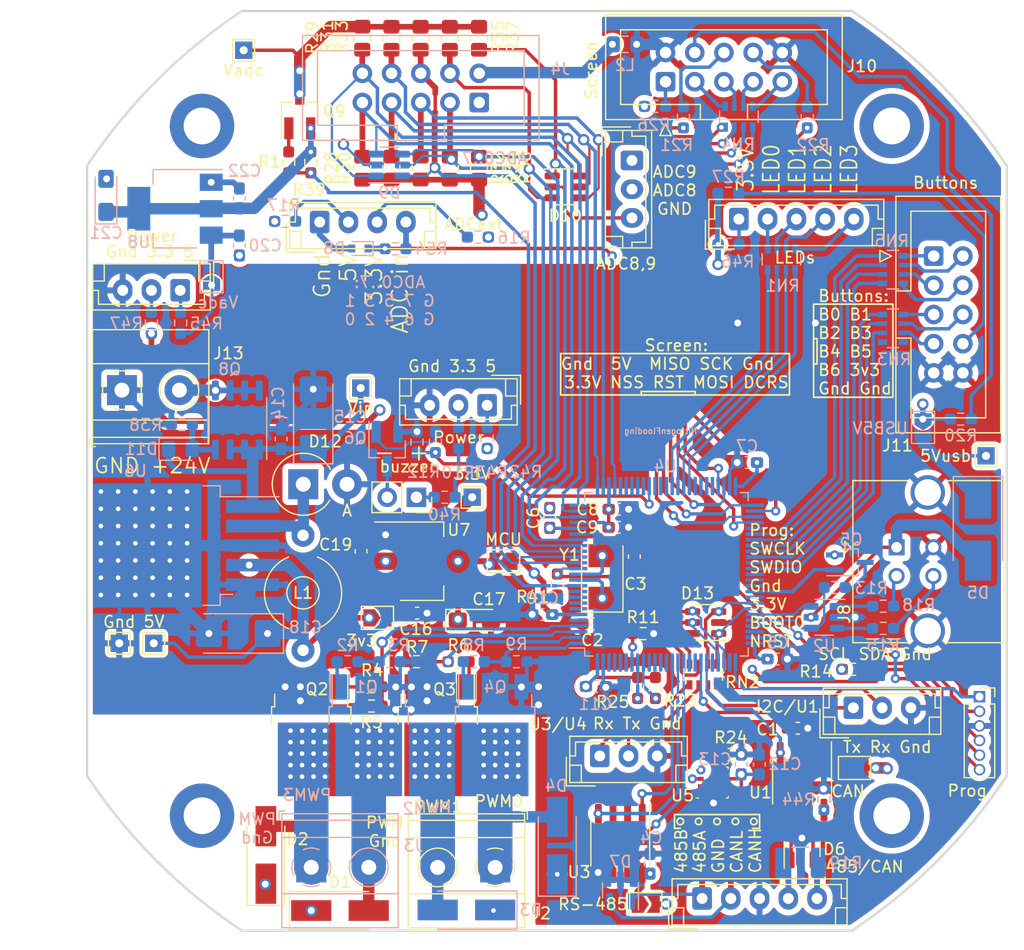
<source format=kicad_pcb>
(kicad_pcb (version 20211014) (generator pcbnew)
  (layers (0 "F.Cu" signal) (1 "In1.Cu" power "GND.Cu") (2 "In2.Cu" mixed "Mixed.Cu") (31 "B.Cu" signal) (34 "B.Paste" user) (35 "F.Paste" user) (36 "B.SilkS" user "B.Silkscreen") (37 "F.SilkS" user "F.Silkscreen") (38 "B.Mask" user) (39 "F.Mask" user) (44 "Edge.Cuts" user))
  (net 0 "")
  (net 1 "+3.3V")
  (net 2 "GND")
  (net 3 "/MCU/OSC_IN")
  (net 4 "/MCU/OSC_OUT")
  (net 5 "/MCU/NRST")
  (net 6 "/MCU/BOOT0")
  (net 7 "/MCU/MCU3v3")
  (net 8 "Net-(C14-Pad1)")
  (net 9 "Net-(C16-Pad1)")
  (net 10 "+5V")
  (net 11 "Net-(C20-Pad1)")
  (net 12 "GNDPWR")
  (net 13 "Net-(C21-Pad1)")
  (net 14 "Vdrive")
  (net 15 "Net-(D5-Pad1)")
  (net 16 "/MCU/VB")
  (net 17 "/MCU/CANL")
  (net 18 "/MCU/CANH")
  (net 19 "/MCU/ADC_EXT")
  (net 20 "/MCU/ADC0")
  (net 21 "/MCU/ADC2")
  (net 22 "/MCU/ADC4")
  (net 23 "/MCU/ADC6")
  (net 24 "/MCU/ADC8")
  (net 25 "/MCU/ADC9")
  (net 26 "/MCU/ADC7")
  (net 27 "/MCU/ADC5")
  (net 28 "/MCU/ADC3")
  (net 29 "/MCU/ADC1")
  (net 30 "Net-(D11-Pad2)")
  (net 31 "Net-(D12-Pad1)")
  (net 32 "Net-(J6-Pad2)")
  (net 33 "Net-(J6-Pad3)")
  (net 34 "/MCU/SWCLK")
  (net 35 "/MCU/SWDIO")
  (net 36 "Net-(J7-Pad4)")
  (net 37 "Net-(J8-Pad2)")
  (net 38 "Net-(J8-Pad3)")
  (net 39 "/MCU/485A")
  (net 40 "/MCU/485B")
  (net 41 "Net-(J10-Pad1)")
  (net 42 "Net-(J10-Pad3)")
  (net 43 "Net-(J10-Pad4)")
  (net 44 "Net-(J10-Pad5)")
  (net 45 "Net-(J10-Pad6)")
  (net 46 "Net-(J10-Pad7)")
  (net 47 "Net-(J10-Pad8)")
  (net 48 "Net-(J10-Pad9)")
  (net 49 "Net-(J11-Pad2)")
  (net 50 "Net-(J11-Pad4)")
  (net 51 "Net-(J11-Pad8)")
  (net 52 "Net-(Q1-Pad1)")
  (net 53 "Net-(Q2-Pad1)")
  (net 54 "Net-(Q3-Pad1)")
  (net 55 "Net-(Q4-Pad1)")
  (net 56 "/MCU/USB_PU")
  (net 57 "Net-(Q5-Pad3)")
  (net 58 "Net-(Q6-Pad1)")
  (net 59 "VADCon")
  (net 60 "+3.3VADC")
  (net 61 "PWM2")
  (net 62 "PWM3")
  (net 63 "PWM1")
  (net 64 "PWM0")
  (net 65 "/MCU/Buzzer")
  (net 66 "/MCU/USB_DP")
  (net 67 "Net-(R15-Pad2)")
  (net 68 "Net-(R18-Pad2)")
  (net 69 "/MCU/SPI2_MISO")
  (net 70 "/MCU/SPI2_SCK")
  (net 71 "/MCU/I2C1_SCL")
  (net 72 "Net-(R24-Pad2)")
  (net 73 "/MCU/I2C1_SDA")
  (net 74 "/MCU/BTN4")
  (net 75 "/MCU/BTN5")
  (net 76 "/MCU/BTN6")
  (net 77 "/MCU/SCRN_DCRS")
  (net 78 "/MCU/SPI2_MOSI")
  (net 79 "/MCU/SCRN_RST")
  (net 80 "/MCU/SPI2_NSS")
  (net 81 "/MCU/BTN0")
  (net 82 "/MCU/BTN1")
  (net 83 "/MCU/BTN2")
  (net 84 "/MCU/BTN3")
  (net 85 "/MCU/CAN_RX")
  (net 86 "/MCU/CAN_TX")
  (net 87 "/MCU/USB_DM")
  (net 88 "/MCU/U2Rx")
  (net 89 "/MCU/DE")
  (net 90 "/MCU/U2Tx")
  (net 113 "Net-(J18-Pad1)")
  (net 114 "Net-(J18-Pad2)")
  (net 115 "Net-(J18-Pad3)")
  (net 116 "Net-(J18-Pad4)")
  (net 117 "Net-(J18-Pad5)")
  (net 121 "/P2")
  (net 122 "/P3")
  (net 123 "/P1")
  (net 124 "/P0")
  (net 129 "Net-(C1-Pad2)")
  (net 130 "Net-(R44-Pad2)")
  (net 135 "Net-(Q9-Pad1)")
  (net 138 "Net-(J16-Pad1)")
  (net 139 "Net-(J11-Pad3)")
  (net 142 "Net-(J11-Pad1)")
  (net 143 "Net-(J11-Pad5)")
  (net 145 "Net-(C4-Pad2)")
  (net 146 "Net-(D8-Pad1)")
  (net 148 "Net-(J5-Pad1)")
  (net 149 "Net-(J5-Pad2)")
  (net 150 "Net-(J11-Pad6)")
  (net 151 "Net-(J11-Pad7)")
  (net 152 "Net-(J16-Pad2)")
  (net 153 "Net-(RN1-Pad4)")
  (net 154 "Net-(RN1-Pad3)")
  (net 155 "Net-(RN1-Pad2)")
  (net 156 "Net-(RN1-Pad1)")
  (net 157 "Net-(J12-Pad1)")
  (net 158 "Net-(J12-Pad2)")
  (net 159 "/MCU/Tx")
  (net 160 "/MCU/Rx")
  (net 161 "/MCU/SCL")
  (net 162 "/MCU/SDA")
  (net 163 "Net-(J14-Pad1)")
  (net 164 "Net-(J14-Pad2)")
  (net 165 "Net-(J15-Pad1)")
  (net 166 "Net-(J15-Pad2)")
  (footprint "MountingHole:MountingHole_3.2mm_M3_DIN965_Pad" (layer "F.Cu") (at 169 55)
    (fp_text reference "H1" hide)
    (fp_text value "MountingHole")
  )
  (footprint "Connector_JST:JST_EH_B3B-EH-A_1x03_P2.50mm_Vertical" (layer "F.Cu") (at 165.6588 105.6132)
    (fp_text reference "J15" hide)
    (fp_text value "I2C/U1")
  )
  (footprint "Package_TO_SOT_SMD:SOT-23_Handsoldering" (layer "F.Cu") (at 117.5 53.7 90)
    (fp_text reference "Q9")
    (fp_text value "SI2305")
  )
  (footprint "TestPoint:TestPoint_THTPad_1.5x1.5mm_Drill0.7mm" (layer "F.Cu") (at 122.8 77.8)
    (fp_text reference "TP2" hide)
    (fp_text value "Vin")
  )
  (footprint "Diode_THT:D_DO-201_P3.81mm_Vertical_AnodeUp" (layer "F.Cu") (at 117.805 86.166)
    (fp_text reference "D12")
    (fp_text value "1N5822")
  )
  (footprint "Connector_JST:JST_EH_B5B-EH-A_1x05_P2.50mm_Vertical" (layer "F.Cu") (at 152.5 122.2)
    (fp_text reference "J9" hide)
    (fp_text value "485/CAN")
  )
  (footprint "Resistor_SMD:R_0805_2012Metric_Pad1.20x1.40mm_HandSolder" (layer "F.Cu") (at 130.556 58.674 90)
    (fp_text reference "R34")
    (fp_text value "1k 0.1%")
  )
  (footprint "Connector_IDC:IDC-Header_2x05_P2.54mm_Vertical" (layer "F.Cu") (at 172.6475 66.32)
    (fp_text reference "J11")
    (fp_text value "IDC2.54_02x05")
  )
  (footprint "Package_SO:SO-8_3.9x4.9mm_P1.27mm" (layer "F.Cu") (at 145.3848 117.4083 -90)
    (fp_text reference "U3")
    (fp_text value "MAX3485")
  )
  (footprint "TestPoint:TestPoint_THTPad_1.5x1.5mm_Drill0.7mm" (layer "F.Cu") (at 112.6236 48.4124)
    (fp_text reference "TP6" hide)
    (fp_text value "Vadc")
  )
  (footprint "Connector_JST:JST_EH_B4B-EH-A_1x04_P2.50mm_Vertical" (layer "F.Cu") (at 119.2335 63.359)
    (fp_text reference "J6" hide)
    (fp_text value "ADCext")
  )
  (footprint "Resistor_SMD:R_0805_2012Metric_Pad1.20x1.40mm_HandSolder" (layer "F.Cu") (at 122.936 58.674 90)
    (fp_text reference "R28")
    (fp_text value "1k 0.1%")
  )
  (footprint "Diode_SMD:D_SMA_Handsoldering" (layer "F.Cu") (at 114.554 118.4148 90)
    (fp_text reference "D2")
    (fp_text value "SS14")
  )
  (footprint "Resistor_SMD:R_0603_1608Metric_Pad0.98x0.95mm_HandSolder" (layer "F.Cu") (at 147.3727 99.1616)
    (fp_text reference "R11")
    (fp_text value "10k")
  )
  (footprint "Package_TO_SOT_SMD:SOT-23-6" (layer "F.Cu") (at 152.8064 98.1964 180)
    (fp_text reference "D13")
    (fp_text value "SP0505BAHT")
  )
  (footprint "Package_TO_SOT_SMD:TO-252-2" (layer "F.Cu") (at 118.5 108 -90)
    (fp_text reference "Q2")
    (fp_text value "AOD4184")
  )
  (footprint "Package_TO_SOT_SMD:SOT-223-3_TabPin2" (layer "F.Cu") (at 128.1176 92.8624)
    (fp_text reference "U7")
    (fp_text value "LM1117-3.3")
  )
  (footprint "Package_LGA:Bosch_LGA-8_2.5x2.5mm_P0.65mm_ClockwisePinNumbering" (layer "F.Cu") (at 153.416 112.1156 90)
    (fp_text reference "U5")
    (fp_text value "BME280")
  )
  (footprint "Capacitor_SMD:C_0603_1608Metric_Pad1.08x0.95mm_HandSolder" (layer "F.Cu") (at 127.7112 97.3836)
    (fp_text reference "C16")
    (fp_text value "0.1")
  )
  (footprint "Resistor_SMD:R_0603_1608Metric_Pad0.98x0.95mm_HandSolder" (layer "F.Cu") (at 165.608 102.2604)
    (fp_text reference "R14")
    (fp_text value "6.8")
  )
  (footprint "Resistor_SMD:R_0805_2012Metric_Pad1.20x1.40mm_HandSolder" (layer "F.Cu") (at 130.556 47.371 -90)
    (fp_text reference "R35")
    (fp_text value "1k 0.1%")
  )
  (footprint "Crystal:Crystal_SMD_5032-2Pin_5.0x3.2mm" (layer "F.Cu") (at 143.8148 94.234 90)
    (fp_text reference "Y1")
    (fp_text value "NX5032GA-8MHz")
  )
  (footprint "Connector_JST:JST_EH_B3B-EH-A_1x03_P2.50mm_Vertical" (layer "F.Cu") (at 133.8 79.3 180)
    (fp_text reference "J5" hide)
    (fp_text value "Power")
  )
  (footprint "Resistor_SMD:R_0805_2012Metric_Pad1.20x1.40mm_HandSolder" (layer "F.Cu") (at 128.016 47.371 -90)
    (fp_text reference "R33")
    (fp_text value "1k 0.1%")
  )
  (footprint "Diode_SMD:D_SMA_Handsoldering" (layer "F.Cu") (at 121 123.25)
    (fp_text reference "D1")
    (fp_text value "SS14")
  )
  (footprint "TestPoint:TestPoint_THTPad_1.5x1.5mm_Drill0.7mm" (layer "F.Cu") (at 177.2 83.7)
    (fp_text reference "TP1" hide)
    (fp_text value "5Vusb")
  )
  (footprint "Package_TO_SOT_SMD:SOT-23-6" (layer "F.Cu") (at 140.6 60.3)
    (fp_text reference "D10")
    (fp_text value "SP0505BAHT")
  )
  (footprint "Jumper:SolderJumper-2_P1.3mm_Open_TrianglePad1.0x1.5mm" (layer "F.Cu") (at 124.2568 97.79)
    (fp_text reference "JP4" hide)
    (fp_text value "3v3")
  )
  (footprint "Resistor_SMD:R_0603_1608Metric_Pad0.98x0.95mm_HandSolder" (layer "F.Cu") (at 118.4656 58.166 -90)
    (fp_text reference "R39")
    (fp_text value "10k")
  )
  (footprint "Connector_PinSocket_2.54mm:PinSocket_1x02_P2.54mm_Vertical" (layer "F.Cu") (at 127.65 87.3 -90)
    (fp_text reference "J16" hide)
    (fp_text value "buzzer")
  )
  (footprint "Resistor_SMD:R_0805_2012Metric_Pad1.20x1.40mm_HandSolder" (layer "F.Cu") (at 133.096 58.674 90)
    (fp_text reference "R36")
    (fp_text value "1k 0.1%")
  )
  (footprint "Capacitor_SMD:C_0603_1608Metric_Pad1.08x0.95mm_HandSolder" (layer "F.Cu") (at 142.9512 98.298 180)
    (fp_text reference "C2")
    (fp_text value "6")
  )
  (footprint "TerminalBlock_Phoenix:TerminalBlock_Phoenix_MKDS-1,5-2_1x02_P5.00mm_Horizontal" (layer "F.Cu") (at 102.031 77.982)
    (fp_text reference "J13")
    (fp_text value "Screw_Terminal_01x02")
  )
  (footprint "Connector_JST:JST_EH_B3B-EH-A_1x03_P2.50mm_Vertical" (layer "F.Cu") (at 146.4 58 -90)
    (fp_text reference "J1" hide)
    (fp_text value "ADC8,9")
  )
  (footprint "TerminalBlock_Phoenix:TerminalBlock_Phoenix_MKDS-1,5-2_1x02_P5.00mm_Horizontal" (layer "F.Cu") (at 134.5 119.5 180)
    (fp_text reference "J2")
    (fp_text value "Screw_Terminal_01x02")
  )
  (footprint "Jumper:SolderJumper-2_P1.3mm_Open_TrianglePad1.0x1.5mm" (layer "F.Cu") (at 165.7604 110.8456)
    (fp_text reference "JP1" hide)
    (fp_text value "CAN")
  )
  (footprint "TestPoint:TestPoint_THTPad_1.5x1.5mm_Drill0.7mm" (layer "F.Cu") (at 104.8 100)
    (fp_text reference "TP4" hide)
    (fp_text value "5V")
  )
  (footprint "Connector_IDC:IDC-Header_2x05_P2.54mm_Vertical" (layer "F.Cu") (at 149.32 51.1525 90)
    (fp_text reference "J10")
    (fp_text value "IDC2.54_02x05")
  )
  (footprint "Resistor_SMD:R_0603_1608Metric_Pad0.98x0.95mm_HandSolder" (layer "F.Cu") (at 131.318 101.6)
    (fp_text reference "R6")
    (fp_text value "510")
  )
  (footprint "Capacitor_SMD:C_0603_1608Metric_Pad1.08x0.95mm_HandSolder" (layer "F.Cu") (at 122.8344 91.9988 90)
    (fp_text reference "C19")
    (fp_text value "0.1")
  )
  (footprint "MountingHole:MountingHole_3.2mm_M3_DIN965_Pad" (layer "F.Cu") (at 109 115)
    (fp_text reference "H3" hide)
    (fp_text value "MountingHole")
  )
  (footprint "Capacitor_SMD:C_0603_1608Metric_Pad1.08x0.95mm_HandSolder" (layer "F.Cu") (at 146.6088 92.456 90)
    (fp_text reference "C3")
    (fp_text value "6")
  )
  (footprint "Package_TO_SOT_SMD:TO-252-2" (layer "F.Cu") (at 129.5 108 -90)
    (fp_text reference "Q3")
    (fp_text value "AOD4184")
  )
  (footprint "Capacitor_SMD:C_0603_1608Metric_Pad1.08x0.95mm_HandSolder" (layer "F.Cu") (at 160.8328 107.3912 180)
    (fp_text reference "C1")
    (fp_text value "1u")
  )
  (footprint "Jumper:SolderJumper-2_P1.3mm_Open_TrianglePad1.0x1.5mm" (layer "F.Cu") (at 147.6 122.7)
    (fp_text reference "JP6" hide)
    (fp_text value "RS-485")
  )
  (footprint "Capacitor_SMD:C_0603_1608Metric_Pad1.08x0.95mm_HandSolder" (layer "F.Cu") (at 145.2372 89.916)
    (fp_text reference "C9")
    (fp_text value "1u")
  )
  (footprint "MountingHole:MountingHole_3.2mm_M3_DIN965_Pad" (layer "F.Cu") (at 169 115)
    (fp_text reference "H4" hide)
    (fp_text value "MountingHole")
  )
  (footprint "Resistor_SMD:R_0603_1608Metric_Pad0.98x0.95mm_HandSolder" (layer "F.Cu") (at 123.7488 103.7844 180)
    (fp_text reference "R4")
    (fp_text value "510")
  )
  (footprint "Resistor_SMD:R_Array_Convex_4x0603" (layer "F.Cu") (at 152.6032 102.7176 -90)
    (fp_text reference "RN2")
    (fp_text value "330")
  )
  (footprint "TestPoint:TestPoint_THTPad_1.5x1.5mm_Drill0.7mm" (layer "F.Cu") (at 101.8 100)
    (fp_text reference "TP3" hide)
    (fp_text value "Gnd")
  )
  (footprint "Capacitor_Tantalum_SMD:CP_EIA-3216-18_Kemet-A_Pad1.58x1.35mm_HandSolder" (layer "F.Cu") (at 132.6896 97.9932)
    (fp_text reference "C17")
    (fp_text value "47u 6V")
  )
  (footprint "TestPoint:TestPoint_THTPad_1.5x1.5mm_Drill0.7mm" (layer "F.Cu") (at 132.5 87.3)
    (fp_text reference "TP5" hide)
    (fp_text value "3.3V")
  )
  (footprint "Resistor_SMD:R_0603_1608Metric_Pad0.98x0.95mm_HandSolder" (layer "F.Cu") (at 155.0162 109.6772 180)
    (fp_text reference "R24")
    (fp_text value "330")
  )
  (footprint "Connector_JST:JST_EH_B5B-EH-A_1x05_P2.50mm_Vertical" (layer "F.Cu") (at 155.7 63.1)
    (fp_text reference "J18" hide)
    (fp_text value "LEDs")
  )
  (footprint "Resistor_SMD:R_0603_1608Metric_Pad0.98x0.95mm_HandSolder" (layer "F.Cu") (at 127.6604 101.6 180)
    (fp_text reference "R7")
    (fp_text value "10k")
  )
  (footprint "Resistor_SMD:R_0603_1608Metric_Pad0.98x0.95mm_HandSolder" (layer "F.Cu") (at 123.7488 105.4608 180)
    (fp_text reference "R5")
    (fp_text value "10k")
  )
  (footprint "Resistor_SMD:R_0805_2012Metric_Pad1.20x1.40mm_HandSolder" (layer "F.Cu") (at 125.476 58.658 90)
    (fp_text reference "R30")
    (fp_text value "1k 0.1%")
  )
  (footprint "Connector_JST:JST_EH_B3B-EH-A_1x03_P2.50mm_Vertical" (layer "F.Cu") (at 143.6 109.8)
    (fp_text reference "J14" hide)
    (fp_text value "U3/U4")
  )
  (footprint "Resistor_SMD:R_0603_1608Metric_Pad0.98x0.95mm_HandSolder" (layer "F.Cu") (at 116.5352 58.166 -90)
    (fp_text reference "R1")
    (fp_text value "330")
  )
  (footprint "Capacitor_SMD:C_0603_1608Metric_Pad1.08x0.95mm_HandSolder" (layer "F.Cu") (at 139.2428 89.1021 90)
    (fp_text reference "C6")
    (fp_text value "0.1")
  )
  (footprint "Resistor_SMD:R_0603_1608Metric_Pad0.98x0.95mm_HandSolder" (layer "F.Cu") (at 139.9032 94.8925 -90)
    (fp_text reference "R41")
    (fp_text value "10k")
  )
  (footprint "Package_SO:SOIC-8_3.9x4.9mm_P1.27mm" (layer "F.Cu") (at 161.195 112.025 -90)
    (fp_text reference "U1")
    (fp_text value "MCP2551-I-SN")
  )
  (footprint "Inductor_THT:L_Toroid_Horizontal_D6.5mm_P10.00mm_Diameter7-5mm_Amidon-T25" (layer "F.Cu") (at 117.785 100.611 90)
    (fp_text reference "L1")
    (fp_text value "100u")
  )
  (footprint "Resistor_SMD:R_0805_2012Metric_Pad1.20x1.40mm_HandSolder" (layer "F.Cu") (at 133.096 47.371 -90)
    (fp_text reference "R37")
    (fp_text value "1k 0.1%")
  )
  (footprint "Resistor_SMD:R_0603_1608Metric_Pad0.98x0.95mm_HandSolder" (layer "F.Cu") (at 146.8882 103.8879 -90)
    (fp_text reference "R25")
    (fp_text value "4k7")
  )
  (footprint "Connector_PinSocket_1.27mm:PinSocket_1x06_P1.27mm_Vertical" (layer "F.Cu") (at 176.6316 104.648)
    (fp_text reference "J7" hide)
    (fp_text value "Prog")
  )
  (footprint "Connector_USB:USB_B_TE_5787834_Vertical" (layer "F.Cu") (at 169.4175 91.65 90)
    (fp_text reference "J8")
    (fp_text value "USB_B")
  )
  (footprint "Package_TO_SOT_SMD:SOT-23" (layer "F.Cu") (at 161.2 117.9 90)
    (fp_text reference "D6")
    (fp_text value "PESD1CAN")
  )
  (footprint "Capacitor_SMD:C_0603_1608Metric_Pad1.08x0.95mm_HandSolder" (layer "F.Cu") (at 145.2372 88.3412)
    (fp_text reference "C8")
    (fp_text value "0.1")
  )
  (footprint "MountingHole:MountingHole_3.2mm_M3_DIN965_Pad" (layer "F.Cu") (at 109 55)
    (fp_text reference "H2" hide)
    (fp_text value "MountingHole")
  )
  (footprint "Resistor_SMD:R_0603_1608Metric_Pad0.98x0.95mm_HandSolder" (layer "F.Cu") (at 148.4376 103.8879 -90)
    (fp_text reference "R23")
    (fp_text value "4k7")
  )
  (footprint "Connector_JST:JST_EH_B3B-EH-A_1x03_P2.50mm_Vertical" (layer "F.Cu") (at 107.1 69.3 180)
    (fp_text reference "J12" hide)
    (fp_text value "Power")
  )
  (footprint "Resistor_SMD:R_0805_2012Metric_Pad1.20x1.40mm_HandSolder" (layer "F.Cu") (at 128.016 58.658 90)
    (fp_text reference "R32")
    (fp_text value "1k 0.1%")
  )
  (footprint "Resistor_SMD:R_0805_2012Metric_Pad1.20x1.40mm_HandSolder" (layer "F.Cu") (at 122.936 47.3616 -90)
    (fp_text reference "R29")
    (fp_text value "1k 0.1%")
  )
  (footprint "Resistor_SMD:R_0805_2012Metric_Pad1.20x1.40mm_HandSolder" (layer "F.Cu") (at 125.476 47.371 -90)
    (fp_text reference "R31")
    (fp_text value "1k 0.1%")
  )
  (footprint "Jumper:SolderJumper-2_P1.3mm_Open_TrianglePad1.0x1.5mm" (layer "F.Cu") (at 135.2296 92.8624 180)
    (fp_text reference "JP3" hide)
    (fp_text value "MCU")
  )
  (footprint "Resistor_SMD:R_0603_1608Metric_Pad0.98x0.95mm_HandSolder" (layer "B.Cu") (at 132.6388 101.6 180)
    (fp_text reference "R8")
    (fp_text value "510")
  )
  (footprint "TerminalBlock_Phoenix:TerminalBlock_Phoenix_MKDS-1,5-2_1x02_P5.00mm_Horizontal" (layer "B.Cu") (at 118.5 119.49)
    (fp_text reference "J3")
    (fp_text value "Screw_Terminal_01x02")
  )
  (footprint "Resistor_SMD:R_0603_1608Metric_Pad0.98x0.95mm_HandSolder" (layer "B.Cu") (at 125.8316 65.6844)
    (fp_text reference "R54")
    (fp_text value "330")
  )
  (footprint "Resistor_SMD:R_0603_1608Metric_Pad0.98x0.95mm_HandSolder" (layer "B.Cu") (at 163.1 113.5744 -90)
    (fp_text reference "R44")
    (fp_text value "4k7")
  )
  (footprint "Capacitor_SMD:C_0603_1608Metric_Pad1.08x0.95mm_HandSolder" (layer "B.Cu") (at 147.9804 119.1779 -90)
    (fp_text reference "C4")
    (fp_text value "1u")
  )
  (footprint "Capacitor_SMD:C_0603_1608Metric_Pad1.08x0.95mm_HandSolder" (layer "B.Cu") (at 156.4132 84.2772 180)
    (fp_text reference "C7")
    (fp_text value "0.1")
  )
  (footprint "Resistor_SMD:R_0603_1608Metric_Pad0.98x0.95mm_HandSolder" (layer "B.Cu") (at 121.666 101.6 180)
    (fp_text reference "R2")
    (fp_text value "510")
  )
  (footprint "Resistor_SMD:R_0603_1608Metric_Pad0.98x0.95mm_HandSolder" (layer "B.Cu") (at 164.0313 95.1484)
    (fp_text reference "R13")
    (fp_text value "1k5")
  )
  (footprint "Package_QFP:LQFP-100_14x14mm_P0.5mm" (layer "B.Cu") (at 149.4 94)
    (fp_text reference "U4")
    (fp_text value "STM32F302VBTx")
  )
  (footprint "Capacitor_Tantalum_SMD:CP_EIA-6032-28_Kemet-C_Pad2.25x2.35mm_HandSolder" (layer "B.Cu") (at 118.674 80.451 90)
    (fp_text reference "C15")
    (fp_text value "47u 35V")
  )
  (footprint "Resistor_SMD:R_0603_1608Metric_Pad0.98x0.95mm_HandSolder" (layer "B.Cu") (at 161.6456 54.2544 90)
    (fp_text reference "R22")
    (fp_text value "330")
  )
  (footprint "Resistor_SMD:R_0603_1608Metric_Pad0.98x0.95mm_HandSolder" (layer "B.Cu") (at 116.2304 63.2968)
    (fp_text reference "R17")
    (fp_text value "6.8")
  )
  (footprint "Capacitor_SMD:C_0603_1608Metric_Pad1.08x0.95mm_HandSolder" (layer "B.Cu") (at 112.25 61.3 90)
    (fp_text reference "C22")
    (fp_text value "0.1")
  )
  (footprint "Resistor_SMD:R_0603_1608Metric_Pad0.98x0.95mm_HandSolder" (layer "B.Cu") (at 107.244 80.959 180)
    (fp_text reference "R38")
    (fp_text value "4k7")
  )
  (footprint "Resistor_SMD:R_0603_1608Metric_Pad0.98x0.95mm_HandSolder" (layer "B.Cu") (at 104.5972 72.136 90)
    (fp_text reference "R47")
    (fp_text value "6.8")
  )
  (footprint "Resistor_SMD:R_0603_1608Metric_Pad0.98x0.95mm_HandSolder" (layer "B.Cu") (at 148.4 53.3 180)
    (fp_text reference "R26")
    (fp_text value "6.8")
  )
  (footprint "Resistor_SMD:R_Array_Convex_4x0603" (layer "B.Cu") (at 169.1 72.6 180)
    (fp_text reference "RN3")
    (fp_text value "330")
  )
  (footprint "Jumper:SolderJumper-2_P1.3mm_Open_TrianglePad1.0x1.5mm" (layer "B.Cu") (at 109.8296 68.1228 90)
    (fp_text reference "JP5" hide)
    (fp_text value "Vadc")
  )
  (footprint "Diode_SMD:D_SOD-523" (layer "B.Cu") (at 122.7328 65.659 180)
    (fp_text reference "D8")
    (fp_text value "CESD3v3")
  )
  (footprint "Resistor_SMD:R_0603_1608Metric_Pad0.98x0.95mm_HandSolder" (layer "B.Cu") (at 125.3236 101.6)
    (fp_text reference "R3")
    (fp_text value "10k")
  )
  (footprint "Resistor_SMD:R_0603_1608Metric_Pad0.98x0.95mm_HandSolder" (layer "B.Cu") (at 154.8 65.3)
    (fp_text reference "R46")
    (fp_text value "6.8")
  )
  (footprint "Package_TO_SOT_SMD:SOT-223-3_TabPin2" (layer "B.Cu") (at 106.65 62.2 180)
    (fp_text reference "U8")
    (fp_text value "LM1117-3.3")
  )
  (footprint "Package_TO_SOT_SMD:SOT-23_Handsoldering" (layer "B.Cu") (at 125.1 83.1 -90)
    (fp_text reference "Q6")
    (fp_text value "SI2300")
  )
  (footprint "Resistor_SMD:R_0603_1608Metric_Pad0.98x0.95mm_HandSolder" (layer "B.Cu") (at 168.2496 96.774 180)
    (fp_text reference "R18")
    (fp_text value "22")
  )
  (footprint "Connector_IDC:IDC-Header_2x05_P2.54mm_Vertical" (layer "B.Cu") (at 133.11 52.96 90)
    (fp_text reference "J4")
    (fp_text value "IDC2.54_02x05")
  )
  (footprint "Resistor_SMD:R_Array_Convex_4x0603" (layer "B.Cu") (at 169.1 67.5)
    (fp_text reference "RN5")
    (fp_text value "330")
  )
  (footprint "Jumper:SolderJumper-2_P1.3mm_Open_TrianglePad1.0x1.5mm" (layer "B.Cu") (at 171.7175 81.2172 -90)
    (fp_text reference "JP2" hide)
    (fp_text value "USB5V")
  )
  (footprint "Package_TO_SOT_SMD:SOT-23" (layer "B.Cu") (at 145.4 121.5 90)
    (fp_text reference "D7")
    (fp_text value "PESD1CAN")
  )
  (footprint "Resistor_SMD:R_0603_1608Metric_Pad0.98x0.95mm_HandSolder" (layer "B.Cu") (at 136.3472 101.6)
    (fp_text reference "R9")
    (fp_text value "10k")
  )
  (footprint "Resistor_SMD:R_Array_Convex_4x0603" (layer "B.Cu") (at 159.4 66.6 90)
    (fp_text reference "RN1")
    (fp_text value "330")
  )
  (footprint "Capacitor_SMD:C_0603_1608Metric_Pad1.08x0.95mm_HandSolder" (layer "B.Cu") (at 138.6 97.5 180)
    (fp_text reference "C10")
    (fp_text value "0.1")
  )
  (footprint "Package_SO:SO-8_3.9x4.9mm_P1.27mm" (layer "B.Cu") (at 112.07 80.578 90)
    (fp_text reference "Q8")
    (fp_text value "IRF9310")
  )
  (footprint "Capacitor_Tantalum_SMD:CP_EIA-6032-28_Kemet-C_Pad2.25x2.35mm_HandSolder" (layer "B.Cu") (at 112.15 99.15 180)
    (fp_text reference "C18")
    (fp_text value "47u 10V")
  )
  (footprint "Resistor_SMD:R_0603_1608Metric_Pad0.98x0.95mm_HandSolder" (layer "B.Cu") (at 154.7876 60.8584 180)
    (fp_text reference "R27")
    (fp_text value "6.8")
  )
  (footprint "Resistor_SMD:R_1210_3225Metric_Pad1.30x2.65mm_HandSolder" (layer "B.Cu") (at 161.05 119.1 180)
    (fp_text reference "R19")
    (fp_text value "120")
  )
  (footprint "Resistor_SMD:R_0603_1608Metric_Pad0.98x0.95mm_HandSolder" (layer "B.Cu") (at 131.318 82.1417 90)
    (fp_text reference "R43")
    (fp_text value "6.8")
  )
  (footprint "Capacitor_SMD:C_0603_1608Metric_Pad1.08x0.95mm_HandSolder" (layer "B.Cu") (at 155.9052 110.5408 90)
    (fp_text reference "C13")
    (fp_text value "0.1")
  )
  (footprint "Package_TO_SOT_SMD:SOT-23-6" (layer "B.Cu") (at 163.1188 97.7392 180)
    (fp_text reference "U2")
    (fp_text value "USBLC6-2SC6")
  )
  (footprint "Package_TO_SOT_SMD:TO-263-5_TabPin3" (layer "B.Cu") (at 107.625 91.5 180)
    (fp_text reference "U6")
    (fp_text value "LM2576HVS-5")
  )
  (footprint "Diode_SMD:D_SMA_Handsoldering" (layer "B.Cu") (at 132 123.2 180)
    (fp_text reference "D3")
    (fp_text value "SS14")
  )
  (footprint "Resistor_SMD:R_0603_1608Metric_Pad0.98x0.95mm_HandSolder" (layer "B.Cu") (at 150.876 54.2544 90)
    (fp_text reference "R21")
    (fp_text value "330")
  )
  (footprint "Resistor_SMD:R_0603_1608Metric_Pad0.98x0.95mm_HandSolder" (layer "B.Cu") (at 129.3 82.5 -90)
    (fp_text reference "R10")
    (fp_text value "330")
  )
  (footprint "Resistor_SMD:R_0603_1608Metric_Pad0.98x0.95mm_HandSolder" (layer "B.Cu") (at 133.8072 82.1436 90)
    (fp_text reference "R42")
    (fp_text value "6.8")
  )
  (footprint "Capacitor_SMD:C_0603_1608Metric_Pad1.08x0.95mm_HandSolder" (layer "B.Cu") (at 112.25 65.4 -90)
    (fp_text reference "C20")
    (fp_text value "0.1")
  )
  (footprint "Diode_SMD:D_0805_2012Metric_Pad1.15x1.40mm_HandSolder" (layer "B.Cu") (at 107.117 83.118)
    (fp_text reference "D11")
    (fp_text value "MM3Z7V5")
  )
  (footprint "Inductor_SMD:L_0805_2012Metric_Pad1.15x1.40mm_HandSolder" (layer "B.Cu") (at 145.8 47.9 180)
    (fp_text reference "L2")
    (fp_text value "2.5k@100MHz")
  )
  (footprint "Resistor_SMD:R_0603_1608Metric_Pad0.98x0.95mm_HandSolder" (layer "B.Cu") (at 168.2496 98.7044 180)
    (fp_text reference "R15")
    (fp_text value "22")
  )
  (footprint "Capacitor_Tantalum_SMD:CP_EIA-3216-18_Kemet-A_Pad1.58x1.35mm_HandSolder" (layer "B.Cu") (at 100.65 61.0375 90)
    (fp_text reference "C21")
    (fp_text value "47u 6V")
  )
  (footprint "Package_TO_SOT_SMD:TO-252-2" (layer "B.Cu") (at 134.5 108 -90)
    (fp_text reference "Q4")
    (fp_text value "AOD4184")
  )
  (footprint "Resistor_SMD:R_0603_1608Metric_Pad0.98x0.95mm_HandSolder" (layer "B.Cu") (at 107.1372 72.136 90)
    (fp_text reference "R45")
    (fp_text value "6.8")
  )
  (footprint "Package_TO_SOT_SMD:TO-252-2" (layer "B.Cu") (at 123.5 108 -90)
    (fp_text reference "Q1")
    (fp_text value "AOD4184")
  )
  (footprint "Resistor_SMD:R_0603_1608Metric_Pad0.98x0.95mm_HandSolder" (layer "B.Cu") (at 175 80.5)
    (fp_text reference "R20")
    (fp_text value "6.8")
  )
  (footprint "Diode_SMD:D_SMA_Handsoldering" (layer "B.Cu") (at 139.9 117.6 90)
    (fp_text reference "D4")
    (fp_text value "SS14")
  )
  (footprint "Capacitor_SMD:C_0603_1608Metric_Pad1.08x0.95mm_HandSolder" (layer "B.Cu") (at 143.256 103.759)
    (fp_text reference "C11")
    (fp_text value "0.1")
  )
  (footprint "Capacitor_SMD:C_0603_1608Metric_Pad1.08x0.95mm_HandSolder" (layer "B.Cu") (at 159.0548 101.3714)
    (fp_text reference "C5")
    (fp_text value "0.1")
  )
  (footprint "Resistor_SMD:R_0603_1608Metric_Pad0.98x0.95mm_HandSolder" (layer "B.Cu") (at 130.1 87.3 180)
    (fp_text reference "R40")
    (fp_text value "6.8")
  )
  (footprint "Package_TO_SOT_SMD:SOT-23-6" (layer "B.Cu") (at 125.3 58.4)
    (fp_text reference "D9")
    (fp_text value "SP0505BAHT")
  )
  (footprint "Resistor_SMD:R_0603_1608Metric_Pad0.98x0.95mm_HandSolder" (layer "B.Cu") (at 127.7 82.5 90)
    (fp_text reference "R12")
    (fp_text value "10k")
  )
  (footprint "Resistor_SMD:R_Array_Convex_4x0603" (layer "B.Cu") (at 155.7 54.2 90)
    (fp_text reference "RN4")
    (fp_text value "330")
  )
  (footprint "Resistor_SMD:R_0603_1608Metric_Pad0.98x0.95mm_HandSolder" (layer "B.Cu") (at 132.9963 64.6684 180)
    (fp_text reference "R16")
    (fp_text value "6.8")
  )
  (footprint "Package_TO_SOT_SMD:SOT-323_SC-70_Handsoldering" (layer "B.Cu") (at 165.354 92.964)
    (fp_text reference "Q5")
    (fp_text value "DTA114Y")
  )
  (footprint "Capacitor_SMD:C_0603_1608Metric_Pad1.08x0.95mm_HandSolder" (layer "B.Cu") (at 115.88 82.229 90)
    (fp_text reference "C14")
    (fp_text value "0.1")
  )
  (footprint "Diode_SMD:D_SMB_Handsoldering" (layer "B.Cu") (at 176.5 90.1 -90)
    (fp_text reference "D5")
    (fp_text value "MBRS130L")
  )
  (footprint "Capacitor_SMD:C_0603_1608Metric_Pad1.08x0.95mm_HandSolder" (layer "B.Cu") (at 157.48 110.5408 90)
    (fp_text reference "C12")
    (fp_text value "1u")
  )
  (gr_rect (start 162.2 73.5) (end 162.5 75.7) (layer "F.SilkS") (width 0.15) (fill none))
  (gr_line (start 150.1 116.1) (end 150.1 114.9) (layer "F.SilkS") (width 0.15))
  (gr_circle (center 153.8 115.5) (end 154 115.7) (layer "F.SilkS") (width 0.15) (fill none))
  (gr_circle (center 150.6 115.5) (end 150.8 115.7) (layer "F.SilkS") (width 0.15) (fill none))
  (gr_line (start 157.5 116.1) (end 156.9 116.1) (layer "F.SilkS") (width 0.15))
  (gr_circle (center 155.4 115.5) (end 155.6 115.7) (layer "F.SilkS") (width 0.15) (fill none))
  (gr_line (start 150.1 114.9) (end 157.5 114.9) (layer "F.SilkS") (width 0.15))
  (gr_rect (start 169.1 70.5) (end 162.2 78.6) (layer "F.SilkS") (width 0.15) (fill none))
  (gr_rect (start 140.2 74.8) (end 160.1 78.4) (layer "F.SilkS") (width 0.15) (fill none))
  (gr_circle (center 152.2 115.5) (end 152.4 115.7) (layer "F.SilkS") (width 0.15) (fill none))
  (gr_rect (start 147.2 78.4) (end 151.9 78.1) (layer "F.SilkS") (width 0.15) (fill none))
  (gr_circle (center 157 115.5) (end 157.2 115.7) (layer "F.SilkS") (width 0.15) (fill none))
  (gr_line (start 157.5 114.9) (end 157.5 116.1) (layer "F.SilkS") (width 0.15))
  (gr_line (start 150.6 116.1) (end 150.1 116.1) (layer "F.SilkS") (width 0.15))
  (gr_line locked (start 165.532978 125.00002) (end 112.466982 125.00002) (layer "Edge.Cuts") (width 0.2))
  (gr_line locked (start 112.466982 45.00002) (end 165.532978 45.00002) (layer "Edge.Cuts") (width 0.2))
  (gr_arc locked (start 112.466982 125.00002) (mid 105.058421 118.941579) (end 98.99998 111.533018) (layer "Edge.Cuts") (width 0.2))
  (gr_arc locked (start 165.532978 45.00002) (mid 172.941539 51.058461) (end 178.99998 58.467022) (layer "Edge.Cuts") (width 0.2))
  (gr_arc locked (start 178.99998 111.533018) (mid 172.941539 118.941579) (end 165.532978 125.00002) (layer "Edge.Cuts") (width 0.2))
  (gr_line locked (start 178.99998 58.467022) (end 178.99998 111.533018) (layer "Edge.Cuts") (width 0.2))
  (gr_arc locked (start 98.99998 58.467022) (mid 105.058421 51.058461) (end 112.466982 45.00002) (layer "Edge.Cuts") (width 0.2))
  (gr_line locked (start 98.99998 111.533018) (end 98.99998 58.467022) (layer "Edge.Cuts") (width 0.2))
  (gr_text "PWM2" (at 128.57 114.39) (layer "B.SilkS") (effects (font (size 1 1)) (justify mirror)))
  (gr_text "ADC0..7:\nG 7 5 3 1\nG 6 4 2 0" (at 125.3236 70.2056) (layer "B.SilkS") (effects (font (size 1 1)) (justify mirror)))
  (gr_text "PWM3" (at 118.15 113.19) (layer "B.SilkS") (effects (font (size 1 1)) (justify mirror)))
  (gr_text "ADC0..7" (at 134.4676 57.8104) (layer "B.SilkS") (effects (font (size 1 1)) (justify mirror)))
  (gr_text "PWM\nGnd" (at 113.8 116.1) (layer "B.SilkS") (effects (font (size 1 1)) (justify mirror)))
  (gr_text "NitrogenFlooding" (at 148.8948 81.534) (layer "B.SilkS") (effects (font (size 0.5 0.5) (thickness 0.1)) (justify mirror)))
  (gr_text "Gnd\n5V\n3.3V\nADC in" (at 122.83 65.97 90) (layer "F.SilkS") (effects (font (size 1.4 1.4)) (justify right)))
  (gr_text "PWM\nGnd" (at 124.9 116.4) (layer "F.SilkS") (effects (font (size 1 1))))
  (gr_text "GND +24V" (at 104.6734 84.5566) (layer "F.SilkS") (effects (font (size 1.3 1.3))))
  (gr_text "Buttons:\nB0 B1\nB2 B3\nB4 B5\nB6 3v3\nGnd Gnd" (at 162.5092 73.8124) (layer "F.SilkS") (effects (font (size 1 1)) (justify left)))
  (gr_text "Tx Rx Gnd" (at 168.6052 109.0168) (layer "F.SilkS") (effects (font (size 1 1))))
  (gr_text "ADC9\nADC8\nGND" (at 150.114 60.6044) (layer "F.SilkS") (effects (font (size 1 1))))
  (gr_text "485B\n485A\nGND\nCANL\nCANH" (at 153.9 120.1 90) (layer "F.SilkS") (effects (font (size 1 1)) (justify left)))
  (gr_text "Rx Tx Gnd" (at 146.8628 106.9848) (layer "F.SilkS") (effects (font (size 1 1))))
  (gr_text "Buttons" (at 173.6852 59.944) (layer "F.SilkS") (effects (font (size 1 1))))
  (gr_text "- +" (at 126.365 83.3628) (layer "F.SilkS") (effects (font (size 1.5 1.5))))
  (gr_text "3.3V\nLED0\nLED1\nLED2\nLED3" (at 160.782 58.7756 90) (layer "F.SilkS") (effects (font (size 1.4 1.2))))
  (gr_text "Screen:\nGnd  5V  MISO SCK Gnd  \n3.3V NSS RST MOSI DCRS" (at 150.2664 75.692) (layer "F.SilkS") (effects (font (size 1 1))))
  (gr_text "Gnd 3.3 5" (at 104.4448 65.9384) (layer "F.SilkS") (effects (font (size 1 1))))
  (gr_text "PWM0" (at 134.8232 113.7412) (layer "F.SilkS") (effects (font (size 1 1))))
  (gr_text "PWM1" (at 129.54 114.1984) (layer "F.SilkS") (effects (font (size 1 1))))
  (gr_text "Gnd 3.3 5" (at 130.7592 75.8952) (layer "F.SilkS") (effects (font (size 1 1))))
  (gr_text "Screen" (at 142.8496 50.1396 90) (layer "F.SilkS") (effects (font (size 1 1))))
  (gr_text "SCL SDA Gnd" (at 167.5384 100.9396) (layer "F.SilkS") (effects (font (size 1 1))))
  (gr_text "Prog:\nSWCLK\nSWDIO\nGnd\n3.3V\nBOOT0\nNRST" (at 156.5148 94.996) (layer "F.SilkS") (effects (font (size 1 1)) (justify left)))
  (segment (start 149.334 122.7) (end 149.352 122.682) (width 0.5) (layer "F.Cu") (net 1))
  (segment (start 134.5046 92.8624) (end 131.2676 92.8624) (width 0.5) (layer "F.Cu") (net 1))
  (segment (start 131.2521 97.9212) (end 131.2676 97.9057) (width 0.5) (layer "F.Cu") (net 1))
  (segment (start 124.46 79.7052) (end 123.4948 80.6704) (width 0.5) (layer "F.Cu") (net 1))
  (segment (start 123.4948 80.6704) (end 105.918 80.6704) (width 0.5) (layer "F.Cu") (net 1))
  (segment (start 105.918 80.6704) (end 104.5972 79.3496) (width 0.5) (layer "F.Cu") (net 1))
  (segment (start 133.661024 92.8624) (end 133.958062 93.159438) (width 0.5) (layer "F.Cu") (net 1))
  (segment (start 122.8344 92.8613) (end 124.9665 92.8613) (width 0.5) (layer "F.Cu") (net 1))
  (segment (start 131.2676 92.8624) (end 133.661024 92.8624) (width 0.5) (layer "F.Cu") (net 1))
  (segment (start 104.5972 79.3496) (end 104.5972 73.0485) (width 0.5) (layer "F.Cu") (net 1))
  (segment (start 124.9665 92.8613) (end 124.9676 92.8624) (width 0.5) (layer "F.Cu") (net 1))
  (segment (start 131.2676 92.8624) (end 131.2676 97.9777) (width 0.5) (layer "F.Cu") (net 1))
  (segment (start 148.325 122.7) (end 149.334 122.7) (width 0.5) (layer "F.Cu") (net 1))
  (segment (start 131.2676 97.9777) (end 131.2521 97.9932) (width 0.5) (layer "F.Cu") (net 1))
  (segment (start 131.2676 92.8624) (end 131.2676 88.5324) (width 1) (layer "F.Cu") (net 1))
  (segment (start 124.9676 92.8624) (end 131.2676 92.8624) (width 0.5) (layer "F.Cu") (net 1))
  (segment (start 131.2676 88.5324) (end 132.5 87.3) (width 1) (layer "F.Cu") (net 1))
  (segment (start 131.2521 97.9932) (end 131.2521 97.9212) (width 0.5) (layer "F.Cu") (net 1))
  (via (at 147.4875 53.3) (size 1) (drill 0.6) (layers "F.Cu" "B.Cu") (net 1))
  (via (at 124.46 79.7052) (size 1) (drill 0.6) (layers "F.Cu" "B.Cu") (net 1))
  (via (at 133.958062 93.159438) (size 1) (drill 0.6) (layers "F.Cu" "B.Cu") (net 1))
  (via (at 133.9088 64.6684) (size 1) (drill 0.6) (layers "F.Cu" "B.Cu") (net 1))
  (via (at 104.5972 73.0485) (size 1) (drill 0.6) (layers "F.Cu" "B.Cu") (net 1))
  (via (at 153.8875 67.0417) (size 1) (drill 0.6) (layers "F.Cu" "B.Cu") (net 1))
  (via (at 149.352 122.682) (size 1) (drill 0.6) (layers "F.Cu" "B.Cu") (net 1))
  (via (at 124.9676 92.8624) (size 1) (drill 0.6) (layers "F.Cu" "B.Cu") (net 1))
  (via (at 153.8875 65.3) (size 0.8) (drill 0.4) (layers "F.Cu" "B.Cu") (net 1))
  (via (at 131.2676 92.8624) (size 1) (drill 0.6) (layers "F.Cu" "B.Cu") (net 1))
  (via (at 131.2676 97.9057) (size 1) (drill 0.6) (layers "F.Cu" "B.Cu") (net 1))
  (segment (start 153.8751 65.2751) (end 153.9 65.3) (width 1) (layer "B.Cu") (net 1))
  (segment (start 131.0125 87.3) (end 131.0125 85.7511) (width 0.3) (layer "B.Cu") (net 1))
  (segment (start 132.5 87.3) (end 131.0125 87.3) (width 0.3) (layer "B.Cu") (net 1))
  (segment (start 131.318 83.0542) (end 131.318 85.4456) (width 0.3) (layer "B.Cu") (net 1))
  (segment (start 153.8875 65.3) (end 153.8875 67.0417) (width 0.5) (layer "B.Cu") (net 1))
  (segment (start 153.8875 65.3) (end 153.9 65.3) (width 1) (layer "B.Cu") (net 1))
  (segment (start 153.8751 60.8584) (end 153.8751 65.2751) (width 0.5) (layer "B.Cu") (net 1))
  (segment (start 131.0125 85.7511) (end 131.318 85.4456) (width 0.3) (layer "B.Cu") (net 1))
  (segment (start 142.0887 98.298) (end 138.5316 98.298) (width 0.3) (layer "F.Cu") (net 2))
  (segment (start 137.7188 97.4852) (end 134.6351 97.4852) (width 0.5) (layer "F.Cu") (net 2))
  (segment (start 143.4798 119.9594) (end 143.4592 119.9388) (width 0.3) (layer "F.Cu") (net 2))
  (segment (start 153.4922 113.8936) (end 153.4922 112.8522) (width 0.3) (layer "F.Cu") (net 2))
  (segment (start 161.83 107.5259) (end 161.6953 107.3912) (width 0.5) (layer "F.Cu") (net 2))
  (segment (start 116.22 103.8) (end 116.22 103.7948) (width 1) (layer "F.Cu") (net 2))
  (segment (start 146.0997 88.3412) (end 146.0997 89.916) (width 0.3) (layer "F.Cu") (net 2))
  (segment (start 155.6004 72.136) (end 162.3568 72.136) (width 0.3) (layer "F.Cu") (net 2))
  (segment (start 153.9038 112.4406) (end 154.441 112.4406) (width 0.2) (layer "F.Cu") (net 2))
  (segment (start 146.6088 90.4251) (end 146.0997 89.916) (width 0.3) (layer "F.Cu") (net 2))
  (segment (start 155.9063 109.6772) (end 155.9052 109.6783) (width 0.3) (layer "F.Cu") (net 2))
  (segment (start 128.5748 103.7844) (end 128.5748 105.0036) (width 1) (layer "F.Cu") (net 2))
  (segment (start 124.9676 90.5624) (end 123.4083 90.5624) (width 0.5) (layer "F.Cu") (net 2))
  (segment (start 117.602 105.4608) (end 122.8363 105.4608) (width 0.3) (layer "F.Cu") (net 2))
  (segment (start 153.2538 113.0906) (end 153.4922 112.8522) (width 0.2) (layer "F.Cu") (net 2))
  (segment (start 117.5512 103.7844) (end 117.5512 105.0036) (width 1) (layer "F.Cu") (net 2))
  (segment (start 127.22 103.8) (end 128.5592 103.8) (width 1) (layer "F.Cu") (net 2))
  (segment (start 146.6088 91.5935) (end 146.6088 90.4251) (width 0.3) (layer "F.Cu") (net 2))
  (segment (start 117.5512 105.0036) (end 117.5512 105.41) (width 0.3) (layer "F.Cu") (net 2))
  (segment (start 117.5512 105.41) (end 117.602 105.4608) (width 0.3) (layer "F.Cu") (net 2))
  (segment (start 123.4083 90.5624) (end 122.8344 91.1363) (width 0.5) (layer "F.Cu") (net 2))
  (segment (start 127.22 102.0721) (end 126.7479 101.6) (width 0.3) (layer "F.Cu") (net 2))
  (segment (start 161.83 109.55) (end 161.83 107.5259) (width 0.5) (layer "F.Cu") (net 2))
  (segment (start 138.5316 98.298) (end 137.7188 97.4852) (width 0.3) (layer "F.Cu") (net 2))
  (segment (start 128.5737 97.3836) (end 128.5748 97.3836) (width 0.5) (layer "F.Cu") (net 2))
  (segment (start 134.6351 97.4852) (end 134.1271 97.9932) (width 0.5) (layer "F.Cu") (net 2))
  (segment (start 128.5748 103.7844) (end 128.5592 103.8) (width 1) (layer "F.Cu") (net 2))
  (segment (start 143.4798 119.9833) (end 143.4798 119.9594) (width 0.3) (layer "F.Cu") (net 2))
  (segment (start 116.2304 103.7844) (end 117.5512 103.7844) (width 1) (layer "F.Cu") (net 2))
  (segment (start 153.4922 112.8522) (end 153.9038 112.4406) (width 0.2) (layer "F.Cu") (net 2))
  (segment (start 161.2 116.9532) (end 161.1884 116.9416) (width 0.3) (layer "F.Cu") (net 2))
  (segment (start 161.2 116.9625) (end 161.2 116.9532) (width 0.3) (layer "F.Cu") (net 2))
  (segment (start 155.9287 109.6772) (end 155.9063 109.6772) (width 0.3) (layer "F.Cu") (net 2))
  (segment (start 116.22 103.7948) (end 116.2304 103.7844) (width 1) (layer "F.Cu") (net 2))
  (segment (start 152.391 113.0906) (end 153.2538 113.0906) (width 0.2) (layer "F.Cu") (net 2))
  (segment (start 127.22 103.8) (end 127.22 102.0721) (width 0.3) (layer "F.Cu") (net 2))
  (via (at 101.7 95.8) (size 0.8) (drill 0.4) (layers "F.Cu" "B.Cu") (net 2))
  (via (at 103.2 91.3) (size 0.8) (drill 0.4) (layers "F.Cu" "B.Cu") (net 2))
  (via (at 103.2 92.8) (size 0.8) (drill 0.4) (layers "F.Cu" "B.Cu") (net 2))
  (via (at 153.4922 113.8936) (size 1) (drill 0.6) (layers "F.Cu" "B.Cu") (net 2))
  (via (at 100.2 86.8) (size 0.8) (drill 0.4) (layers "F.Cu" "B.Cu") (net 2))
  (via (at 104.7 86.8) (size 0.8) (drill 0.4) (layers "F.Cu" "B.Cu") (net 2))
  (via (at 101.7 88.3) (size 0.8) (drill 0.4) (layers "F.Cu" "B.Cu") (net 2))
  (via (at 161.1884 116.9416) (size 1) (drill 0.6) (layers "F.Cu" "B.Cu") (net 2))
  (via (at 128.5748 97.3836) (size 1) (drill 0.6) (layers "F.Cu" "B.Cu") (net 2))
  (via (at 137.7188 97.4852) (size 1) (drill 0.6) (layers "F.Cu" "B.Cu") (net 2))
  (via (at 103.2 94.3) (size 0.8) (drill 0.4) (layers "F.Cu" "B.Cu") (net 2))
  (via (at 155.9052 109.6783) (size 1) (drill 0.6) (layers "F.Cu" "B.Cu") (net 2))
  (via (at 106.2 94.3) (size 0.8) (drill 0.4) (layers "F.Cu" "B.Cu") (net 2))
  (via (at 117.5512 105.0036) (size 1) (drill 0.6) (layers "F.Cu" "B.Cu") (net 2))
  (via (at 100.2 94.3) (size 0.8) (drill 0.4) (layers "F.Cu" "B.Cu") (net 2))
  (via (at 124.9676 90.5624) (size 1) (drill 0.6) (layers "F.Cu" "B.Cu") (net 2))
  (via (at 117.5512 103.7844) (size 1) (drill 0.6) (layers "F.Cu" "B.Cu") (net 2))
  (via (at 109.6 99.15) (size 1) (drill 0.6) (layers "F.Cu" "B.Cu") (net 2))
  (via (at 161.6953 107.3912) (size 1) (drill 0.6) (layers "F.Cu" "B.Cu") (net 2))
  (via (at 128.5748 103.7844) (size 1) (drill 0.6) (layers "F.Cu" "B.Cu") (net 2))
  (via (at 101.7 89.8) (size 0.8) (drill 0.4) (layers "F.Cu" "B.Cu") (net 2))
  (via (at 146.8 47.9) (size 1) (drill 0.6) (layers "F.Cu" "B.Cu") (net 2))
  (via (at 127.2032 105.7656) (size 1) (drill 0.6) (layers "F.Cu" "B.Cu") (net 2))
  (via (at 107.7 91.3) (size 0.8) (drill 0.4) (layers "F.Cu" "B.Cu") (net 2))
  (via (at 146.0997 89.916) (size 1) (drill 0.6) (layers "F.Cu" "B.Cu") (net 2))
  (via (at 107.7 94.3) (size 0.8) (drill 0.4) (layers "F.Cu" "B.Cu") (net 2))
  (via (at 163.068 112.6744) (size 1) (drill 0.6) (layers "F.Cu" "B.Cu") (net 2))
  (via (at 101.7 86.8) (size 0.8) (drill 0.4) (layers "F.Cu" "B.Cu") (net 2))
  (via (at 100.2 92.8) (size 0.8) (drill 0.4) (layers "F.Cu" "B.Cu") (net 2))
  (via (at 125.845506 105.770608) (size 1) (drill 0.6) (layers "F.Cu" "B.Cu") (net 2))
  (via (at 107.7 89.8) (size 0.8) (drill 0.4) (layers "F.Cu" "B.Cu") (net 2))
  (via (at 107.7 88.3) (size 0.8) (drill 0.4) (layers "F.Cu" "B.Cu") (net 2))
  (via (at 103.2 88.3) (size 0.8) (drill 0.4) (layers "F.Cu" "B.Cu") (net 2))
  (via (at 100.2 95.8) (size 0.8) (drill 0.4) (layers "F.Cu" "B.Cu") (net 2))
  (via (at 100.2 88.3) (size 0.8) (drill 0.4) (layers "F.Cu" "B.Cu") (net 2))
  (via (at 148.2852 99.1616) (size 1) (drill 0.6) (layers "F.Cu" "B.Cu") (net 2))
  (via (at 104.7 94.3) (size 0.8) (drill 0.4) (layers "F.Cu" "B.Cu") (net 2))
  (via (at 103.2 95.8) (size 0.8) (drill 0.4) (layers "F.Cu" "B.Cu") (net 2))
  (via (at 127.7 81.5875) (size 1) (drill 0.6) (layers "F.Cu" "B.Cu") (net 2))
  (via (at 155.5507 84.2772) (size 1) (drill 0.6) (layers "F.Cu" "B.Cu") (net 2))
  (via (at 104.7 91.3) (size 0.8) (drill 0.4) (layers "F.Cu" "B.Cu") (net 2))
  (via (at 106.2 89.8) (size 0.8) (drill 0.4) (layers "F.Cu" "B.Cu") (net 2))
  (via (at 159.9173 101.3714) (size 1) (drill 0.6) (layers "F.Cu" "B.Cu") (net 2))
  (via (at 106.2 92.8) (size 0.8) (drill 0.4) (layers "F.Cu" "B.Cu") (net 2))
  (via (at 107.7 95.8) (size 0.8) (drill 0.4) (layers "F.Cu" "B.Cu") (net 2))
  (via (at 138.2776 103.7844) (size 1) (drill 0.6) (layers "F.Cu" "B.Cu") (net 2))
  (via (at 118.674 77.901) (size 1) (drill 0.6) (layers "F.Cu" "B.Cu") (net 2))
  (via (at 104.7 92.8) (size 0.8) (drill 0.4) (layers "F.Cu" "B.Cu") (net 2))
  (via (at 104.7 88.3) (size 0.8) (drill 0.4) (layers "F.Cu" "B.Cu") (net 2))
  (via (at 128.5748 105.0036) (size 1) (drill 0.6) (layers "F.Cu" "B.Cu") (net 2))
  (via (at 106.2 88.3) (size 0.8) (drill 0.4) (layers "F.Cu" "B.Cu") (net 2))
  (via (at 127.22 103.8) (size 1) (drill 0.6) (layers "F.Cu" "B.Cu") (net 2))
  (via (at 106.2 86.8) (size 0.8) (drill 0.4) (layers "F.Cu" "B.Cu") (net 2))
  (via (at 146.0997 88.3412) (size 1) (drill 0.6) (layers "F.Cu" "B.Cu") (net 2))
  (via (at 125.8483 103.8) (size 1) (drill 0.6) (layers "F.Cu" "B.Cu") (net 2))
  (via (at 144.1185 103.8249) (size 1) (drill 0.6) (layers "F.Cu" "B.Cu") (net 2))
  (via (at 101.7 94.3) (size 0.8) (drill 0.4) (layers "F.Cu" "B.Cu") (net 2))
  (via (at 107.7 92.8) (size 0.8) (drill 0.4) (layers "F.Cu" "B.Cu") (net 2))
  (via (at 101.7 92.8) (size 0.8) (drill 0.4) (layers "F.Cu" "B.Cu") (net 2))
  (via (at 101.7 91.3) (size 0.8) (drill 0.4) (layers "F.Cu" "B.Cu") (net 2))
  (via (at 104.7 89.8) (size 0.8) (drill 0.4) (layers "F.Cu" "B.Cu") (net 2))
  (via (at 106.2 91.3) (size 0.8) (drill 0.4) (layers "F.Cu" "B.Cu") (net 2))
  (via (at 100.2 91.3) (size 0.8) (drill 0.4) (layers "F.Cu" "B.Cu") (net 2))
  (via (at 165.8112 97.7392) (size 1) (drill 0.6) (layers "F.Cu" "B.Cu") (net 2))
  (via (at 136.78 103.8) (size 1) (drill 0.6) (layers "F.Cu" "B.Cu") (net 2))
  (via (at 104.7 95.8) (size 0.8) (drill 0.4) (layers "F.Cu" "B.Cu") (net 2))
  (via (at 107.7 86.8) (size 0.8) (drill 0.4) (layers "F.Cu" "B.Cu") (net 2))
  (via (at 103.2 89.8) (size 0.8) (drill 0.4) (layers "F.Cu" "B.Cu") (net 2))
  (via (at 106.2 95.8) (size 0.8) (drill 0.4) (layers "F.Cu" "B.Cu") (net 2))
  (via (at 103.2 86.8) (size 0.8) (drill 0.4) (layers "F.Cu" "B.Cu") (net 2))
  (via (at 138.2776 105.3592) (size 1) (drill 0.6) (layers "F.Cu" "B.Cu") (net 2))
  (via (at 116.2304 103.7844) (size 1) (drill 0.6) (layers "F.Cu" "B.Cu") (net 2))
  (via (at 143.4592 119.9388) (size 1) (drill 0.6) (layers "F.Cu" "B.Cu") (net 2))
  (via (at 100.2 89.8) (size 0.8) (drill 0.4) (layers "F.Cu" "B.Cu") (net 2))
  (via (at 155.6004 72.136) (size 1) (drill 0.6) (layers "F.Cu" "B.Cu") (net 2))
  (via (at 162.3568 72.136) (size 1) (drill 0.6) (layers "F.Cu" "B.Cu") (net 2))
  (segment (start 125.8483 105.767814) (end 125.845506 105.770608) (width 1) (layer "B.Cu") (net 2))
  (segment (start 101.8 100) (end 101.8 95.9) (width 0.3) (layer "B.Cu") (net 2))
  (segment (start 164.2563 97.7392) (end 165.8112 97.7392) (width 0.3) (layer "B.Cu") (net 2))
  (segment (start 126.2361 103.3439) (end 125.78 103.8) (width 0.3) (layer "B.Cu") (net 2))
  (segment (start 148.6075 47.9) (end 146.8 47.9) (width 1) (layer "B.Cu") (net 2))
  (segment (start 138.2776 103.7844) (end 138.2776 105.3592) (width 1) (layer "B.Cu") (net 2))
  (segment (start 153.4922 113.8936) (end 153.4922 115.4938) (width 0.3) (layer "B.Cu") (net 2))
  (segment (start 138.262 103.8) (end 138.2776 103.7844) (width 1) (layer "B.Cu") (net 2))
  (segment (start 143.9 103.5405) (end 144.1185 103.759) (width 0.3) (layer "B.Cu") (net 2))
  (segment (start 118.674 78.5725) (end 115.88 81.3665) (width 0.5) (layer "B.Cu") (net 2))
  (segment (start 159.9173 100.6337) (end 159.9173 101.3714) (width 0.3) (layer "B.Cu") (net 2))
  (segment (start 141.725 90.5) (end 143.6876 90.5) (width 0.2) (layer "B.Cu") (net 2))
  (segment (start 104.25 93.8) (end 109.6 99.15) (width 1) (layer "B.Cu") (net 2))
  (segment (start 148.6075 47.9) (end 149.32 48.6125) (width 1) (layer "B.Cu") (net 2))
  (segment (start 143.6876 90.5) (end 143.9672 90.7796) (width 0.2) (layer "B.Cu") (net 2))
  (segment (start 158.7836 99.5) (end 159.9173 100.6337) (width 0.3) (layer "B.Cu") (net 2))
  (segment (start 144.1185 103.759) (end 144.1185 103.8249) (width 0.3) (layer "B.Cu") (net 2))
  (segment (start 154.9 86.325) (end 154.9 84.9279) (width 0.3) (layer "B.Cu") (net 2))
  (segment (start 127.6875 81.6) (end 127.7 81.5875) (width 0.3) (layer "B.Cu") (net 2))
  (segment (start 109.6 99.15) (end 109.6 98.7) (width 1) (layer "B.Cu") (net 2))
  (segment (start 106.3315 80.959) (end 105.008 80.959) (width 0.5) (layer "B.Cu") (net 2))
  (segment (start 137.7375 97.5) (end 137.7336 97.5) (width 0.3) (layer "B.Cu") (net 2))
  (segment (start 154.9 84.9279) (end 155.5507 84.2772) (width 0.3) (layer "B.Cu") (net 2))
  (segment (start 145.2372 90.7796) (end 146.0997 89.9171) (width 0.2) (layer "B.Cu") (net 2))
  (segment (start 136.78 103.8) (end 138.262 103.8) (width 1) (layer "B.Cu") (net 2))
  (segment (start 145.4 120.5625) (end 145.4 119.2172) (width 0.3) (layer "B.Cu") (net 2))
  (segment (start 113.4 91.5) (end 104.25 91.5) (width 1) (layer "B.Cu") (net 2))
  (segment (start 150.6876 118.2984) (end 147.2898 118.2984) (width 0.3) (layer "B.Cu") (net 2))
  (segment (start 153.4922 115.4938) (end 150.6876 118.2984) (width 0.3) (layer "B.Cu") (net 2))
  (segment (start 157.48 109.6783) (end 155.9052 109.6783) (width 0.3) (layer "B.Cu") (net 2))
  (segment (start 163.1 112.6619) (end 163.0805 112.6619) (width 0.3) (layer "B.Cu") (net 2))
  (segment (start 126.2361 101.6) (end 126.2361 103.3439) (width 0.3) (layer "B.Cu") (net 2))
  (segment (start 137.7336 97.5) (end 137.7188 97.4852) (width 0.3) (layer "B.Cu") (net 2))
  (segment (start 137.2597 101.6) (end 137.2597 103.3203) (width 0.3) (layer "B.Cu") (net 2))
  (segment (start 118.674 77.901) (end 118.674 78.5725) (width 0.5) (layer "B.Cu") (net 2))
  (segment (start 146.3188 118.2984) (end 147.2898 118.2984) (width 0.3) (layer "B.Cu") (net 2))
  (segment (start 125.8483 103.8) (end 125.8483 105.767814) (width 1) (layer "B.Cu") (net 2))
  (segment (start 104.25 91.5) (end 104.25 93.8) (width 1) (layer "B.Cu") (net 2))
  (segment (start 125.78 103.8) (end 125.8483 103.8) (width 1) (layer "B.Cu") (net 2))
  (segment (start 157.075 99.5) (end 158.7836 99.5) (width 0.3) (layer "B.Cu") (net 2))
  (segment (start 105.008 80.959) (end 102.031 77.982) (width 0.5) (layer "B.Cu") (net 2))
  (segment (start 163.0805 112.6619) (end 163.068 112.6744) (width 0.3) (layer "B.Cu") (net 2))
  (segment (start 146.8 47.9) (end 146.825 47.9) (width 0.3) (layer "B.Cu") (net 2))
  (segment (start 137.2597 103.3203) (end 136.78 103.8) (width 0.3) (layer "B.Cu") (net 2))
  (segment (start 126.05 81.6) (end 127.6875 81.6) (width 0.3) (layer "B.Cu") (net 2))
  (segment (start 143.9672 90.7796) (end 145.2372 90.7796) (width 0.2) (layer "B.Cu") (net 2))
  (segment (start 143.9 101.675) (end 143.9 103.5405) (width 0.3) (layer "B.Cu") (net 2))
  (segment (start 125.845506 105.770608) (end 127.198192 105.770608) (width 1) (layer "B.Cu") (net 2))
  (segment (start 109.6 98.7) (end 113.4 94.9) (width 1) (layer "B.Cu") (net 2))
  (segment (start 145.4 119.2172) (end 146.3188 118.2984) (width 0.3) (layer "B.Cu") (net 2))
  (segment (start 127.198192 105.770608) (end 127.2032 105.7656) (width 1) (layer "B.Cu") (net 2))
  (segment (start 101.8 95.9) (end 101.7 95.8) (width 0.3) (layer "B.Cu") (net 2))
  (segment (start 143.8137 96.0851) (end 143.8148 96.084) (width 0.3) (layer "F.Cu") (net 3))
  (segment (start 143.8137 98.298) (end 143.8137 96.0851) (width 0.3) (layer "F.Cu") (net 3))
  (via (at 143.8148 96.084) (size 1) (drill 0.6) (layers "F.Cu" "B.Cu") (net 3))
  (segment (start 143.5308 94.5) (end 141.725 94.5) (width 0.3) (layer "B.Cu") (net 3))
  (segment (start 143.8148 96.084) (end 143.8148 94.784) (width 0.3) (layer "B.Cu") (net 3))
  (segment (start 143.8148 94.8944) (end 143.8148 96.084) (width 0.3) (layer "B.Cu") (net 3))
  (segment (start 141.725 94.5) (end 143.4204 94.5) (width 0.3) (layer "B.Cu") (net 3))
  (segment (start 143.8148 94.784) (end 143.5308 94.5) (width 0.3) (layer "B.Cu") (net 3))
  (segment (start 146.6077 93.3196) (end 146.6088 93.3185) (width 0.3) (layer "F.Cu") (net 4))
  (segment (start 144.7504 93.3196) (end 146.6077 93.3196) (width 0.3) (layer "F.Cu") (net 4))
  (segment (start 143.8148 92.384) (end 144.7504 93.3196) (width 0.3) (layer "F.Cu") (net 4))
  (via (at 143.8148 92.384) (size 1) (drill 0.6) (layers "F.Cu" "B.Cu") (net 4))
  (segment (start 143.5916 94) (end 141.725 94) (width 0.3) (layer "B.Cu") (net 4))
  (segment (start 143.8148 92.384) (end 143.8148 93.7768) (width 0.3) (layer "B.Cu") (net 4))
  (segment (start 143.8148 93.7768) (end 143.5916 94) (width 0.3) (layer "B.Cu") (net 4))
  (segment (start 155.0488 94.8) (end 145.8 94.8) (width 0.3) (layer "F.Cu") (net 5))
  (segment (start 145.2 94.2) (end 140.1 94.2) (width 0.3) (layer "F.Cu") (net 5))
  (segment (start 172.1104 106.4768) (end 176.6316 110.998) (width 0.3) (layer "F.Cu") (net 5))
  (segment (start 169.3164 100.9904) (end 161.2392 100.9904) (width 0.3) (layer "F.Cu") (net 5))
  (segment (start 145.8 94.8) (end 145.2 94.2) (width 0.3) (layer "F.Cu") (net 5))
  (segment (start 161.2392 100.9904) (end 155.0488 94.8) (width 0.3) (layer "F.Cu") (net 5))
  (segment (start 172.1104 104.648) (end 172.1104 106.4768) (width 0.3) (layer "F.Cu") (net 5))
  (segment (start 140.1 94.2) (end 139.9 94) (width 0.3) (layer "F.Cu") (net 5))
  (segment (start 169.3164 103.0732) (end 170.5356 103.0732) (width 0.3) (layer "F.Cu") (net 5))
  (segment (start 170.5356 103.0732) (end 172.1104 104.648) (width 0.3) (layer "F.Cu") (net 5))
  (via (at 169.3164 100.9904) (size 0.8) (drill 0.4) (layers "F.Cu" "B.Cu") (net 5))
  (via (at 139.9 94) (size 0.8) (drill 0.4) (layers "F.Cu" "B.Cu") (net 5))
  (via (at 169.3164 103.0732) (size 0.8) (drill 0.4) (layers "F.Cu" "B.Cu") (net 5))
  (segment (start 141.725 93.5) (end 140.4 93.5) (width 0.2) (layer "B.Cu") (net 5))
  (segment (start 140.4 93.5) (end 139.9 94) (width 0.2) (layer "B.Cu") (net 5))
  (segment (start 169.3164 103.0732) (end 169.3164 100.9904) (width 0.3) (layer "B.Cu") (net 5))
  (segment (start 168.6814 102.2858) (end 170.7134 102.2858) (width 0.3) (layer "F.Cu") (net 6))
  (segment (start 156.8704 102.2604) (end 157.9372 103.3272) (width 0.3) (layer "F.Cu") (net 6))
  (segment (start 167.64 103.3272) (end 168.6814 102.2858) (width 0.3) (layer "F.Cu") (net 6))
  (segment (start 157.9372 103.3272) (end 167.64 103.3272) (width 0.3) (layer "F.Cu") (net 6))
  (segment (start 146.4564 99.1654) (end 146.4602 99.1616) (width 0.3) (layer "F.Cu") (net 6))
  (segment (start 146.4564 100.33) (end 146.4564 99.1654) (width 0.3) (layer "F.Cu") (net 6))
  (segment (start 170.7134 102.2858) (end 172.6946 104.267) (width 0.3) (layer "F.Cu") (net 6))
  (segment (start 172.6946 104.267) (end 172.6946 105.791) (width 0.3) (layer "F.Cu") (net 6))
  (segment (start 172.6946 105.791) (end 176.6316 109.728) (width 0.3) (layer "F.Cu") (net 6))
  (via (at 156.8704 102.2604) (size 0.8) (drill 0.4) (layers "F.Cu" "B.Cu") (net 6))
  (via (at 146.4564 100.33) (size 0.8) (drill 0.4) (layers "F.Cu" "B.Cu") (net 6))
  (segment (start 146.4 100.3864) (end 146.4564 100.33) (width 0.2) (layer "B.Cu") (net 6))
  (segment (start 146.4 101.675) (end 146.4 100.3864) (width 0.2) (layer "B.Cu") (net 6))
  (segment (start 139.4625 97.5) (end 139.41 97.5) (width 0.5) (layer "F.Cu") (net 7))
  (segment (start 153.564541 111.7906) (end 154.441 111.7906) (width 0.2) (layer "F.Cu") (net 7))
  (segment (start 164.6955 102.2604) (end 164.6428 102.2604) (width 0.3) (layer "F.Cu") (net 7))
  (segment (start 144.3747 89.916) (end 144.3747 88.3412) (width 0.3) (layer "F.Cu") (net 7))
  (segment (start 155.362 113.0906) (end 155.9052 112.5474) (width 0.3) (layer "F.Cu") (net 7))
  (segment (start 154.441 113.0906) (end 155.362 113.0906) (width 0.3) (layer "F.Cu") (net 7))
  (segment (start 155.5179 111.7906) (end 155.9052 111.4033) (width 0.3) (layer "F.Cu") (net 7))
  (segment (start 146.8882 102.9754) (end 143.1771 102.9754) (width 0.3) (layer "F.Cu") (net 7))
  (segment (start 152.914541 112.4406) (end 153.564541 111.7906) (width 0.2) (layer "F.Cu") (net 7))
  (segment (start 138.713 96.803) (end 138.713 95.729) (width 0.5) (layer "F.Cu") (net 7))
  (segment (start 154.441 111.7906) (end 155.5179 111.7906) (width 0.3) (layer "F.Cu") (net 7))
  (segment (start 143.1771 102.9754) (end 142.3935 103.759) (width 0.3) (layer "F.Cu") (net 7))
  (segment (start 155.9052 112.5474) (end 155.9052 111.4033) (width 0.3) (layer "F.Cu") (net 7))
  (segment (start 136.8624 92.8624) (end 137.9 93.9) (width 0.5) (layer "F.Cu") (net 7))
  (segment (start 152.391 112.4406) (end 152.914541 112.4406) (width 0.2) (layer "F.Cu") (net 7))
  (segment (start 139.41 97.5) (end 138.713 96.803) (width 0.5) (layer "F.Cu") (net 7))
  (segment (start 139.9032 95.805) (end 138.789 95.805) (width 0.3) (layer "F.Cu") (net 7))
  (segment (start 138.713 94.713) (end 137.9 93.9) (width 0.5) (layer "F.Cu") (net 7))
  (segment (start 146.8882 102.9754) (end 148.4376 102.9754) (width 0.3) (layer "F.Cu") (net 7))
  (segment (start 135.9546 92.8624) (end 136.8624 92.8624) (width 0.5) (layer "F.Cu") (net 7))
  (segment (start 138.713 95.729) (end 138.713 94.713) (width 0.5) (layer "F.Cu") (net 7))
  (segment (start 138.789 95.805) (end 138.713 95.729) (width 0.3) (layer "F.Cu") (net 7))
  (via (at 158.1912 101.3714) (size 0.8) (drill 0.4) (layers "F.Cu" "B.Cu") (net 7))
  (via (at 142.3935 103.759) (size 1) (drill 0.6) (layers "F.Cu" "B.Cu") (net 7))
  (via (at 144.3747 89.916) (size 0.8) (drill 0.4) (layers "F.Cu" "B.Cu") (net 7))
  (via (at 144.3747 88.3412) (size 0.8) (drill 0.4) (layers "F.Cu" "B.Cu") (net 7))
  (via (at 155.9052 111.4033) (size 1) (drill 0.6) (layers "F.Cu" "B.Cu") (net 7))
  (via (at 139.4625 97.5) (size 0.8) (drill 0.4) (layers "F.Cu" "B.Cu") (net 7))
  (via (at 164.024 92.314) (size 0.8) (drill 0.4) (layers "F.Cu" "B.Cu") (net 7))
  (via (at 157.2757 84.2772) (size 0.8) (drill 0.4) (layers "F.Cu" "B.Cu") (net 7))
  (via (at 137.9 93.9) (size 1) (drill 0.6) (layers "F.Cu" "B.Cu") (net 7))
  (via (at 164.6428 102.2604) (size 1) (drill 0.6) (layers "F.Cu" "B.Cu") (net 7))
  (segment (start 158.1923 101.3714) (end 157.48 101.3714) (width 0.3) (layer "B.Cu") (net 7))
  (segment (start 143.4 101.675) (end 143.4 102.7525) (width 0.3) (layer "B.Cu") (net 7))
  (segment (start 157.48 111.4033) (end 155.9052 111.4033) (width 0.3) (layer "B.Cu") (net 7))
  (segment (start 143.4 102.7525) (end 142.3935 103.759) (width 0.3) (layer "B.Cu") (net 7))
  (segment (start 141.725 89.5) (end 143.9587 89.5) (width 0.3) (layer "B.Cu") (net 7))
  (segment (start 157.2757 85.0911) (end 157.2757 84.2772) (width 0.3) (layer "B.Cu") (net 7))
  (segment (start 157.48 101.3714) (end 157.075 100.9664) (width 0.3) (layer "B.Cu") (net 7))
  (segment (start 141.725 97.5) (end 139.4625 97.5) (width 0.3) (layer "B.Cu") (net 7))
  (segment (start 156.0418 86.325) (end 157.2757 85.0911) (width 0.3) (layer "B.Cu") (net 7))
  (segment (start 144.4 88.3159) (end 144.3747 88.3412) (width 0.3) (layer "B.Cu") (net 7))
  (segment (start 158.1923 101.3714) (end 158.1912 101.3714) (width 0.3) (layer "B.Cu") (net 7))
  (segment (start 157.075 100.9664) (end 157.075 100) (width 0.3) (layer "B.Cu") (net 7))
  (segment (start 144.4 86.325) (end 144.4 88.3159) (width 0.3) (layer "B.Cu") (net 7))
  (segment (start 155.4 86.325) (end 156.0418 86.325) (width 0.3) (layer "B.Cu") (net 7))
  (segment (start 143.9587 89.5) (end 144.3747 89.916) (width 0.3) (layer "B.Cu") (net 7))
  (segment (start 122.8 80) (end 122.8 77.8) (width 0.5) (layer "B.Cu") (net 8))
  (segment (start 113.4 85.344) (end 113.4 84.836) (width 1) (layer "B.Cu") (net 8))
  (segment (start 113.4 88.1) (end 113.4 85.344) (width 1) (layer "B.Cu") (net 8))
  (segment (start 113.213 85.023) (end 113.4 84.836) (width 0.5) (layer "B.Cu") (net 8))
  (segment (start 111.435 83.153) (end 112.705 83.153) (width 0.5) (layer "B.Cu") (net 8))
  (segment (start 118.674 83.001) (end 119.799 83.001) (width 0.5) (layer "B.Cu") (net 8))
  (segment (start 118.5835 83.0915) (end 118.674 83.001) (width 0.5) (layer "B.Cu") (net 8))
  (segment (start 106.092 83.118) (end 106.092 84.252) (width 0.5) (layer "B.Cu") (net 8))
  (segment (start 113.457 85.287) (end 113.4 85.344) (width 0.5) (layer "B.Cu") (net 8))
  (segment (start 113.4 83.848) (end 112.705 83.153) (width 1) (layer "B.Cu") (net 8))
  (segment (start 106.092 84.252) (end 106.863 85.023) (width 0.5) (layer "B.Cu") (net 8))
  (segment (start 119.799 83.001) (end 122.8 80) (width 0.5) (layer "B.Cu") (net 8))
  (segment (start 114.0365 83.0915) (end 113.975 83.153) (width 0.5) (layer "B.Cu") (net 8))
  (segment (start 115.88 83.0915) (end 114.0365 83.0915) (width 0.5) (layer "B.Cu") (net 8))
  (segment (start 115.88 83.0915) (end 118.5835 83.0915) (width 0.5) (layer "B.Cu") (net 8))
  (segment (start 106.863 85.023) (end 113.213 85.023) (width 0.5) (layer "B.Cu") (net 8))
  (segment (start 112.705 83.153) (end 113.975 83.153) (width 0.5) (layer "B.Cu") (net 8))
  (segment (start 113.4 84.836) (end 113.4 83.848) (width 1) (layer "B.Cu") (net 8))
  (segment (start 124.9818 95.1766) (end 124.9676 95.1624) (width 0.5) (layer "F.Cu") (net 9))
  (segment (start 124.9818 97.79) (end 124.9818 95.1766) (width 0.5) (layer "F.Cu") (net 9))
  (segment (start 124.9818 97.79) (end 126.4423 97.79) (width 0.5) (layer "F.Cu") (net 9))
  (segment (start 126.4423 97.79) (end 126.8487 97.3836) (width 0.5) (layer "F.Cu") (net 9))
  (segment (start 120.606 97.79) (end 117.785 100.611) (width 0.5) (layer "F.Cu") (net 10))
  (segment (start 167.583866 110.843656) (end 168.53889 110.843656) (width 1) (layer "F.Cu") (net 10))
  (segment (start 166.4854 110.8456) (end 167.5892 110.8456) (width 0.5) (layer "F.Cu") (net 10))
  (segment (start 123.5318 97.79) (end 120.606 97.79) (width 0.5) (layer "F.Cu") (net 10))
  (via (at 171.7 79.2) (size 1) (drill 0.6) (layers "F.Cu" "B.Cu") (net 10))
  (via (at 167.5892 110.8456) (size 1) (drill 0.6) (layers "F.Cu" "B.Cu") (net 10))
  (via (at 109.8296 68.8478) (size 1) (drill 0.6) (layers "F.Cu" "B.Cu") (net 10))
  (via (at 113.1 93.2) (size 1) (drill 0.6) (layers "F.Cu" "B.Cu") (net 10))
  (via (at 123.5318 97.79) (size 1) (drill 0.6) (layers "F.Cu" "B.Cu") (net 10))
  (via (at 133.8072 83.0561) (size 1) (drill 0.6) (layers "F.Cu" "B.Cu") (net 10))
  (via (at 115.3179 63.2968) (size 1) (drill 0.6) (layers "F.Cu" "B.Cu") (net 10))
  (via (at 114.7 99.15) (size 1) (drill 0.6) (layers "F.Cu" "B.Cu") (net 10))
  (via (at 171.7 80.5) (size 1) (drill 0.6) (layers "F.Cu" "B.Cu") (net 10))
  (via (at 168.599312 110.900688) (size 1) (drill 0.6) (layers "F.Cu" "B.Cu") (net 10))
  (segment (start 107.8 101.2) (end 112.65 101.2) (width 0.3) (layer "B.Cu") (net 10))
  (segment (start 171.7078 80.4922) (end 171.7 80.5) (width 0.5) (layer "B.Cu") (net 10))
  (segment (start 174.0875 80.5) (end 171.7 80.5) (width 0.3) (layer "B.Cu") (net 10))
  (segment (start 117.785 94.548) (end 117.785 99.115) (width 1) (layer "B.Cu") (net 10))
  (segment (start 117.75 99.15) (end 117.785 99.115) (width 1) (layer "B.Cu") (net 10))
  (segment (start 112.65 101.2) (end 114.7 99.15) (width 0.3) (layer "B.Cu") (net 10))
  (segment (start 171.7175 80.4922) (end 171.7078 80.4922) (width 0.5) (layer "B.Cu") (net 10))
  (segment (start 104.8 100) (end 106.6 100) (width 0.3) (layer "B.Cu") (net 10))
  (segment (start 117.785 99.115) (end 117.785 100.611) (width 1) (layer "B.Cu") (net 10))
  (segment (start 113.4 93.2) (end 116.437 93.2) (width 1) (layer "B.Cu") (net 10))
  (segment (start 114.7 99.15) (end 117.75 99.15) (width 1) (layer "B.Cu") (net 10))
  (segment (start 171.7 80.5) (end 171.7 79.2) (width 0.5) (layer "B.Cu") (net 10))
  (segment (start 106.6 100) (end 107.8 101.2) (width 0.3) (layer "B.Cu") (net 10))
  (segment (start 116.437 93.2) (end 117.785 94.548) (width 1) (layer "B.Cu") (net 10))
  (segment (start 107.1372 73.0485) (end 107.9011 73.0485) (width 0.3) (layer "B.Cu") (net 10))
  (segment (start 107.9011 73.0485) (end 109.8296 71.12) (width 0.3) (layer "B.Cu") (net 10))
  (segment (start 109.8296 71.12) (end 109.8296 68.8478) (width 0.3) (layer "B.Cu") (net 10))
  (segment (start 109.8 67.3682) (end 109.8296 67.3978) (width 0.5) (layer "B.Cu") (net 11))
  (segment (start 112.25 64.5375) (end 109.8375 64.5375) (width 0.5) (layer "B.Cu") (net 11))
  (segment (start 109.8 64.5) (end 109.8 67.3682) (width 0.5) (layer "B.Cu") (net 11))
  (segment (start 109.8375 64.5375) (end 109.8 64.5) (width 0.5) (layer "B.Cu") (net 11))
  (segment (start 146.4 63) (end 141.232 63) (width 0.3) (layer "F.Cu") (net 12))
  (segment (start 141.232 63) (end 140.5636 62.3316) (width 0.3) (layer "F.Cu") (net 12))
  (segment (start 140.31 60.3) (end 140.5636 60.5536) (width 0.2) (layer "F.Cu") (net 12))
  (segment (start 140.5636 60.5536) (end 140.5636 62.3316) (width 0.2) (layer "F.Cu") (net 12))
  (segment (start 139.4625 60.3) (end 140.31 60.3) (width 0.2) (layer "F.Cu") (net 12))
  (via (at 121.3 56.6) (size 1) (drill 0.6) (layers "F.Cu" "B.Cu") (net 12))
  (via (at 112.25 66.2625) (size 1) (drill 0.6) (layers "F.Cu" "B.Cu") (net 12))
  (via (at 139.2428 88.2396) (size 1) (drill 0.6) (layers "F.Cu" "B.Cu") (net 12))
  (via (at 100.7 59.6) (size 1) (drill 0.6) (layers "F.Cu" "B.Cu") (net 12))
  (via (at 109.8 59.9) (size 1) (drill 0.6) (layers "F.Cu" "B.Cu") (net 12))
  (via (at 144.7 47.9) (size 1) (drill 0.6) (layers "F.Cu" "B.Cu") (net 12))
  (segment (start 123.1 58.4) (end 121.3 56.6) (width 0.2) (layer "B.Cu") (net 12))
  (segment (start 120.4335 65.659) (end 122.0328 65.659) (width 0.5) (layer "B.Cu") (net 12))
  (segment (start 100.65 59.6) (end 100.7 59.6) (width 0.5) (layer "B.Cu") (net 12))
  (segment (start 109.8 59.9) (end 111.7125 59.9) (width 0.5) (layer "B.Cu") (net 12))
  (segment (start 142.24 50.36) (end 144.7 47.9) (width 1) (layer "B.Cu") (net 12))
  (segment (start 144.775 47.9) (end 144.7 47.9) (width 0.3) (layer "B.Cu") (net 12))
  (segment (start 120.4335 65.659) (end 119.2335 64.459) (width 0.5) (layer "B.Cu") (net 12))
  (segment (start 133.08 50.36) (end 142.24 50.36) (width 1) (layer "B.Cu") (net 12))
  (segment (start 124.1625 58.4) (end 123.1 58.4) (width 0.2) (layer "B.Cu") (net 12))
  (segment (start 111.7125 59.9) (end 112.25 60.4375) (width 0.5) (layer "B.Cu") (net 12))
  (segment (start 119.2335 64.459) (end 119.2335 63.359) (width 0.5) (layer "B.Cu") (net 12))
  (segment (start 118.4656 57.2535) (end 118.4656 55.2156) (width 0.3) (layer "F.Cu") (net 13))
  (segment (start 118.4656 55.2156) (end 118.45 55.2) (width 0.3) (layer "F.Cu") (net 13))
  (via (at 118.4656 57.2535) (size 0.8) (drill 0.4) (layers "F.Cu" "B.Cu") (net 13))
  (via (at 118.45 55.2) (size 0.8) (drill 0.4) (layers "F.Cu" "B.Cu") (net 13))
  (segment (start 109.8 62.2) (end 103.5 62.2) (width 1) (layer "B.Cu") (net 13))
  (segment (start 103.225 62.475) (end 103.5 62.2) (width 1) (layer "B.Cu") (net 13))
  (segment (start 118.4656 57.2535) (end 118.4656 55.2156) (width 0.5) (layer "B.Cu") (net 13))
  (segment (start 113.5375 62.1625) (end 112.25 62.1625) (width 1) (layer "B.Cu") (net 13))
  (segment (start 100.65 62.475) (end 103.225 62.475) (width 1) (layer "B.Cu") (net 13))
  (segment (start 109.8375 62.1625) (end 109.8 62.2) (width 0.5) (layer "B.Cu") (net 13))
  (segment (start 118.4656 57.2535) (end 118.4465 57.2535) (width 1) (layer "B.Cu") (net 13))
  (segment (start 118.4656 55.2156) (end 118.45 55.2) (width 0.5) (layer "B.Cu") (net 13))
  (segment (start 112.25 62.1625) (end 109.8375 62.1625) (width 1) (layer "B.Cu") (net 13))
  (segment (start 118.4465 57.2535) (end 113.5375 62.1625) (width 1) (layer "B.Cu") (net 13))
  (segment (start 114.5432 120.9148) (end 114.5 120.958) (width 0.3) (layer "F.Cu") (net 14))
  (segment (start 114.554 120.9148) (end 114.5432 120.9148) (width 0.3) (layer "F.Cu") (net 14))
  (via (at 139.9 120.1) (size 0.8) (drill 0.4) (layers "F.Cu" "B.Cu") (net 14))
  (via (at 118.5 123.25) (size 1) (drill 0.6) (layers "F.Cu" "B.Cu") (net 14))
  (via (at 134.35 123.25) (size 0.8) (drill 0.4) (layers "F.Cu" "B.Cu") (net 14))
  (via (at 110.165 78.003) (size 1) (drill 0.6) (layers "F.Cu" "B.Cu") (net 14))
  (via (at 114.5 120.958) (size 1) (drill 0.6) (layers "F.Cu" "B.Cu") (net 14))
  (segment (start 110.144 77.982) (end 110.165 78.003) (width 1) (layer "B.Cu") (net 14))
  (segment (start 113.975 78.003) (end 110.165 78.003) (width 0.5) (layer "B.Cu") (net 14))
  (segment (start 107.031 77.982) (end 110.144 77.982) (width 1) (layer "B.Cu") (net 14))
  (segment (start 177.2 83.7) (end 172.8 83.7) (width 0.3) (layer "B.Cu") (net 15))
  (segment (start 171.7175 82.6175) (end 171.7175 82.1922) (width 1) (layer "B.Cu") (net 15))
  (segment (start 176.5 87.4) (end 172.7825 83.6825) (width 1) (layer "B.Cu") (net 15))
  (segment (start 172.7825 83.6825) (end 171.7175 82.6175) (width 1) (layer "B.Cu") (net 15))
  (segment (start 172.8 83.7) (end 172.7825 83.6825) (width 0.3) (layer "B.Cu") (net 15))
  (segment (start 168.0705 91.65) (end 161.9813 97.7392) (width 0.3) (layer "F.Cu") (net 16))
  (segment (start 169.4175 91.65) (end 168.0705 91.65) (width 0.3) (layer "F.Cu") (net 16))
  (via (at 161.9813 97.7392) (size 0.8) (drill 0.4) (layers "F.Cu" "B.Cu") (net 16))
  (segment (start 176.3152 92.8) (end 173.228 89.7128) (width 1) (layer "B.Cu") (net 16))
  (segment (start 169.7228 89.7128) (end 173.228 89.7128) (width 1) (layer "B.Cu") (net 16))
  (segment (start 169.4175 91.65) (end 169.4175 90.0181) (width 1) (layer "B.Cu") (net 16))
  (segment (start 176.5 92.8) (end 176.3152 92.8) (width 1) (layer "B.Cu") (net 16))
  (segment (start 169.4175 90.0181) (end 169.7228 89.7128) (width 1) (layer "B.Cu") (net 16))
  (segment (start 160.3262 116.0766) (end 160.56 115.8428) (width 0.3) (layer "F.Cu") (net 17))
  (segment (start 160.25 116.1528) (end 160.3262 116.0766) (width 0.3) (layer "F.Cu") (net 17))
  (segment (start 160 122.2) (end 160 119.0875) (width 0.5) (layer "F.Cu") (net 17))
  (segment (start 160 119.0875) (end 160.25 118.8375) (width 0.5) (layer "F.Cu") (net 17))
  (segment (start 160.56 115.8428) (end 160.56 114.5) (width 0.3) (layer "F.Cu") (net 17))
  (segment (start 160.25 118.8375) (end 160.25 116.1528) (width 0.3) (layer "F.Cu") (net 17))
  (segment (start 160 122.2) (end 160 119.6) (width 0.5) (layer "B.Cu") (net 17))
  (segment (start 160 119.6) (end 159.5 119.1) (width 0.5) (layer "B.Cu") (net 17))
  (segment (start 162.15 116.0998) (end 161.83 115.7798) (width 0.3) (layer "F.Cu") (net 18))
  (segment (start 162.5 122.2) (end 162.5 119.1875) (width 0.5) (layer "F.Cu") (net 18))
  (segment (start 162.5 119.1875) (end 162.15 118.8375) (width 0.5) (layer "F.Cu") (net 18))
  (segment (start 161.83 115.7798) (end 161.83 114.5) (width 0.3) (layer "F.Cu") (net 18))
  (segment (start 162.15 118.8375) (end 162.15 116.0998) (width 0.3) (layer "F.Cu") (net 18))
  (segment (start 162.5 122.2) (end 162.5 119.2) (width 0.5) (layer "B.Cu") (net 18))
  (segment (start 162.5 119.2) (end 162.6 119.1) (width 0.5) (layer "B.Cu") (net 18))
  (segment (start 126.746 63.3715) (end 126.7335 63.359) (width 0.5) (layer "B.Cu") (net 19))
  (segment (start 126.746 65.659) (end 126.746 63.3715) (width 0.5) (layer "B.Cu") (net 19))
  (segment (start 122.95 52.9525) (end 122.95 57.66) (width 0.5) (layer "F.Cu") (net 20))
  (segment (start 122.95 57.66) (end 122.936 57.674) (width 0.5) (layer "F.Cu") (net 20))
  (segment (start 141.1732 85.1916) (end 140.0048 86.36) (width 0.3) (layer "B.Cu") (net 20))
  (segment (start 125.8824 56.5404) (end 139.2404 56.5404) (width 0.3) (layer "B.Cu") (net 20))
  (segment (start 140.0048 86.36) (end 139.446 86.36) (width 0.3) (layer "B.Cu") (net 20))
  (segment (start 138.721511 89.039111) (end 138.0744 88.392) (width 0.2) (layer "B.Cu") (net 20))
  (segment (start 122.95 52.9525) (end 122.95 53.608) (width 0.3) (layer "B.Cu") (net 20))
  (segment (start 141.685889 89.039111) (end 138.721511 89.039111) (width 0.2) (layer "B.Cu") (net 20))
  (segment (start 124.1625 57.45) (end 124.1625 54.8205) (width 0.2) (layer "B.Cu") (net 20))
  (segment (start 139.446 86.36) (end 138.0744 87.7316) (width 0.3) (layer "B.Cu") (net 20))
  (segment (start 141.725 89) (end 141.685889 89.039111) (width 0.2) (layer "B.Cu") (net 20))
  (segment (start 124.121 54.779) (end 125.8824 56.5404) (width 0.3) (layer "B.Cu") (net 20))
  (segment (start 124.1625 54.8205) (end 124.121 54.779) (width 0.2) (layer "B.Cu") (net 20))
  (segment (start 139.2404 56.5404) (end 141.1732 58.4732) (width 0.3) (layer "B.Cu") (net 20))
  (segment (start 141.1732 58.4732) (end 141.1732 85.1916) (width 0.3) (layer "B.Cu") (net 20))
  (segment (start 138.0744 87.7316) (end 138.0744 88.392) (width 0.3) (layer "B.Cu") (net 20))
  (segment (start 122.95 53.608) (end 124.121 54.779) (width 0.3) (layer "B.Cu") (net 20))
  (segment (start 140.800688 56.099312) (end 140.800688 57.200688) (width 0.2) (layer "F.Cu") (net 21))
  (segment (start 141.7375 59.35) (end 141.7375 58.1375) (width 0.2) (layer "F.Cu") (net 21))
  (segment (start 125.49 52.9525) (end 125.49 57.644) (width 0.5) (layer "F.Cu") (net 21))
  (segment (start 125.49 57.644) (end 125.476 57.658) (width 0.5) (layer "F.Cu") (net 21))
  (segment (start 140.800688 57.200688) (end 141.7375 58.1375) (width 0.2) (layer "F.Cu") (net 21))
  (via (at 140.800688 56.099312) (size 1) (drill 0.6) (layers "F.Cu" "B.Cu") (net 21))
  (segment (start 142.494 85.9536) (end 141.732 86.7156) (width 0.3) (layer "B.Cu") (net 21))
  (segment (start 125.49 52.9525) (end 125.49 53.4556) (width 0.3) (layer "B.Cu") (net 21))
  (segment (start 141.725 86.7226) (end 141.732 86.7156) (width 0.2) (layer "B.Cu") (net 21))
  (segment (start 142.494 57.792624) (end 140.800688 56.099312) (width 0.3) (layer "B.Cu") (net 21))
  (segment (start 125.49 53.4556) (end 127.4572 55.4228) (width 0.3) (layer "B.Cu") (net 21))
  (segment (start 127.4572 55.4228) (end 138.7228 55.4228) (width 0.3) (layer "B.Cu") (net 21))
  (segment (start 142.494 57.906) (end 142.494 85.9536) (width 0.3) (layer "B.Cu") (net 21))
  (segment (start 138.7228 55.4228) (end 140.124176 55.4228) (width 0.3) (layer "B.Cu") (net 21))
  (segment (start 141.725 88) (end 141.725 86.7226) (width 0.2) (layer "B.Cu") (net 21))
  (segment (start 142.494 57.906) (end 142.494 57.792624) (width 0.3) (layer "B.Cu") (net 21))
  (segment (start 140.124176 55.4228) (end 140.800688 56.099312) (width 0.3) (layer "B.Cu") (net 21))
  (segment (start 143.5 60.4) (end 143.5 56.2) (width 0.2) (layer "F.Cu") (net 22))
  (segment (start 142.65 61.25) (end 143.5 60.4) (width 0.2) (layer "F.Cu") (net 22))
  (segment (start 128.03 57.644) (end 128.016 57.658) (width 0.5) (layer "F.Cu") (net 22))
  (segment (start 141.7375 61.25) (end 142.65 61.25) (width 0.2) (layer "F.Cu") (net 22))
  (segment (start 128.03 52.9525) (end 128.03 57.644) (width 0.5) (layer "F.Cu") (net 22))
  (via (at 143.5 56.2) (size 1) (drill 0.6) (layers "F.Cu" "B.Cu") (net 22))
  (segment (start 129.38515 54.30765) (end 141.09235 54.30765) (width 0.3) (layer "B.Cu") (net 22))
  (segment (start 143.9 57) (end 143.9 83.6332) (width 0.3) (layer "B.Cu") (net 22))
  (segment (start 141.60765 54.30765) (end 143.5 56.2) (width 0.3) (layer "B.Cu") (net 22))
  (segment (start 141.09235 54.30765) (end 141.60765 54.30765) (width 0.3) (layer "B.Cu") (net 22))
  (segment (start 143.9 86.325) (end 143.9 83.6332) (width 0.2) (layer "B.Cu") (net 22))
  (segment (start 143.5 56.2) (end 143.9 56.6) (width 0.3) (layer "B.Cu") (net 22))
  (segment (start 128.03 52.9525) (end 129.38515 54.30765) (width 0.3) (layer "B.Cu") (net 22))
  (segment (start 143.9 56.6) (end 143.9 57) (width 0.3) (layer "B.Cu") (net 22))
  (segment (start 130.7 57.818) (end 130.556 57.674) (width 0.3) (layer "F.Cu") (net 23))
  (segment (start 130.57 57.66) (end 130.556 57.674) (width 0.5) (layer "F.Cu") (net 23))
  (segment (start 130.7 57.9) (end 130.7 57.818) (width 0.3) (layer "F.Cu") (net 23))
  (segment (start 130.57 52.9525) (end 130.57 57.66) (width 0.5) (layer "F.Cu") (net 23))
  (via (at 130.7 57.9) (size 1) (drill 0.6) (layers "F.Cu" "B.Cu") (net 23))
  (segment (start 136.5944 92.5) (end 136.4488 92.3544) (width 0.2) (layer "B.Cu") (net 23))
  (segment (start 130.7 57.9) (end 130.4 57.6) (width 0.2) (layer "B.Cu") (net 23))
  (segment (start 138.684 83.4644) (end 138.684 61.4172) (width 0.3) (layer "B.Cu") (net 23))
  (segment (start 130.4 57.6) (end 128.2 57.6) (width 0.2) (layer "B.Cu") (net 23))
  (segment (start 135.9408 58.674) (end 131.474 58.674) (width 0.3) (layer "B.Cu") (net 23))
  (segment (start 136.4488 92.3544) (end 135.636 91.5416) (width 0.3) (layer "B.Cu") (net 23))
  (segment (start 131.474 58.674) (end 130.7 57.9) (width 0.3) (layer "B.Cu") (net 23))
  (segment (start 126.4375 58.4) (end 127.4 58.4) (width 0.2) (layer "B.Cu") (net 23))
  (segment (start 127.4 58.4) (end 128.2 57.6) (width 0.2) (layer "B.Cu") (net 23))
  (segment (start 141.725 92.5) (end 136.5944 92.5) (width 0.2) (layer "B.Cu") (net 23))
  (segment (start 135.636 91.5416) (end 135.636 86.5124) (width 0.3) (layer "B.Cu") (net 23))
  (segment (start 135.636 86.5124) (end 138.684 83.4644) (width 0.3) (layer "B.Cu") (net 23))
  (segment (start 138.684 61.4172) (end 135.9408 58.674) (width 0.3) (layer "B.Cu") (net 23))
  (segment (start 133.096 57.674) (end 133.11 57.66) (width 1) (layer "F.Cu") (net 24))
  (via (at 133.11 57.66) (size 1) (drill 0.6) (layers "F.Cu" "B.Cu") (net 24))
  (segment (start 126.4375 57.45) (end 127.25 57.45) (width 0.2) (layer "B.Cu") (net 24))
  (segment (start 133.11 57.66) (end 132.55 57.1) (width 0.2) (layer "B.Cu") (net 24))
  (segment (start 137.728 91.5) (end 137.668 91.44) (width 0.2) (layer "B.Cu") (net 24))
  (segment (start 141.725 91.5) (end 137.728 91.5) (width 0.2) (layer "B.Cu") (net 24))
  (segment (start 132.55 57.1) (end 127.6 57.1) (width 0.2) (layer "B.Cu") (net 24))
  (segment (start 127.6 57.1) (end 127.25 57.45) (width 0.2) (layer "B.Cu") (net 24))
  (segment (start 139.954 84.0232) (end 139.954 59.7916) (width 0.3) (layer "B.Cu") (net 24))
  (segment (start 136.8552 87.122) (end 139.954 84.0232) (width 0.3) (layer "B.Cu") (net 24))
  (segment (start 137.668 91.44) (end 136.8552 90.6272) (width 0.3) (layer "B.Cu") (net 24))
  (segment (start 139.954 59.7916) (end 137.8364 57.674) (width 0.3) (layer "B.Cu") (net 24))
  (segment (start 136.8552 90.6272) (end 136.8552 87.122) (width 0.3) (layer "B.Cu") (net 24))
  (segment (start 137.8364 57.674) (end 133.096 57.674) (width 0.3) (layer "B.Cu") (net 24))
  (segment (start 139.7508 59.0617) (end 139.4625 59.35) (width 0.2) (layer "F.Cu") (net 25))
  (segment (start 133.096 48.371) (end 137.1186 48.371) (width 0.3) (layer "F.Cu") (net 25))
  (segment (start 139.7508 58.3) (end 139.7508 59.0617) (width 0.2) (layer "F.Cu") (net 25))
  (segment (start 139.7508 58.3) (end 139.7508 51.0032) (width 0.3) (layer "F.Cu") (net 25))
  (segment (start 137.1186 48.371) (end 139.7508 51.0032) (width 0.3) (layer "F.Cu") (net 25))
  (via (at 139.7508 58.3) (size 1) (drill 0.6) (layers "F.Cu" "B.Cu") (net 25))
  (segment (start 137.4648 90.3224) (end 138.0744 90.932) (width 0.3) (layer "B.Cu") (net 25))
  (segment (start 139.7508 58.3) (end 140.1 58.3) (width 0.3) (layer "B.Cu") (net 25))
  (segment (start 141.725 91) (end 138.1424 91) (width 0.2) (layer "B.Cu") (net 25))
  (segment (start 140.5636 58.7636) (end 140.5636 84.7852) (width 0.3) (layer "B.Cu") (net 25))
  (segment (start 140.5636 84.7852) (end 139.5984 85.7504) (width 0.3) (layer "B.Cu") (net 25))
  (segment (start 139.5984 85.7504) (end 139.0904 85.7504) (width 0.3) (layer "B.Cu") (net 25))
  (segment (start 140.1 58.3) (end 140.5636 58.7636) (width 0.3) (layer "B.Cu") (net 25))
  (segment (start 139.0904 85.7504) (end 137.4648 87.376) (width 0.3) (layer "B.Cu") (net 25))
  (segment (start 137.4648 87.376) (end 137.4648 90.3224) (width 0.3) (layer "B.Cu") (net 25))
  (segment (start 138.1424 91) (end 138.0744 90.932) (width 0.2) (layer "B.Cu") (net 25))
  (segment (start 138.15 61.25) (end 139.4625 61.25) (width 0.2) (layer "F.Cu") (net 26))
  (segment (start 137.0076 51.6636) (end 137.4648 52.1208) (width 0.3) (layer "F.Cu") (net 26))
  (segment (start 130.556 48.371) (end 130.556 50.406) (width 0.5) (layer "F.Cu") (net 26))
  (segment (start 137.4648 52.1208) (end 137.4648 58.7248) (width 0.3) (layer "F.Cu") (net 26))
  (segment (start 130.556 50.406) (end 130.57 50.42) (width 0.5) (layer "F.Cu") (net 26))
  (segment (start 130.57 50.4125) (end 131.8211 51.6636) (width 0.3) (layer "F.Cu") (net 26))
  (segment (start 131.8211 51.6636) (end 137.0076 51.6636) (width 0.3) (layer "F.Cu") (net 26))
  (segment (start 137.4648 60.5648) (end 138.15 61.25) (width 0.2) (layer "F.Cu") (net 26))
  (segment (start 137.4648 58.7248) (end 137.4648 60.5648) (width 0.2) (layer "F.Cu") (net 26))
  (via (at 137.4648 58.7248) (size 1) (drill 0.6) (layers "F.Cu" "B.Cu") (net 26))
  (segment (start 139.3444 83.7184) (end 139.3444 83.312) (width 0.3) (layer "B.Cu") (net 26))
  (segment (start 141.725 92) (end 137.1612 92) (width 0.2) (layer "B.Cu") (net 26))
  (segment (start 137.0076 91.8464) (end 136.2456 91.0844) (width 0.3) (layer "B.Cu") (net 26))
  (segment (start 137.1612 92) (end 137.0076 91.8464) (width 0.2) (layer "B.Cu") (net 26))
  (segment (start 139.3444 60.6044) (end 137.4648 58.7248) (width 0.3) (layer "B.Cu") (net 26))
  (segment (start 136.2456 86.8172) (end 139.3444 83.7184) (width 0.3) (layer "B.Cu") (net 26))
  (segment (start 136.2456 91.0844) (end 136.2456 86.8172) (width 0.3) (layer "B.Cu") (net 26))
  (segment (start 139.3444 83.312) (end 139.3444 60.6044) (width 0.3) (layer "B.Cu") (net 26))
  (segment (start 128.016 48.371) (end 128.016 50.406) (width 0.5) (layer "F.Cu") (net 27))
  (segment (start 129.286 53.7972) (end 129.286 52.1716) (width 0.3) (layer "F.Cu") (net 27))
  (segment (start 129.2352 53.848) (end 129.286 53.7972) (width 0.5) (layer "F.Cu") (net 27))
  (segment (start 129.286 51.676) (end 129.286 52.1716) (width 0.5) (layer "F.Cu") (net 27))
  (segment (start 128.016 50.406) (end 128.03 50.42) (width 0.5) (layer "F.Cu") (net 27))
  (segment (start 128.03 50.42) (end 129.286 51.676) (width 0.5) (layer "F.Cu") (net 27))
  (segment (start 129.2352 58.6232) (end 129.2352 53.848) (width 0.5) (layer "F.Cu") (net 27))
  (via (at 129.2352 58.6232) (size 1) (drill 0.6) (layers "F.Cu" "B.Cu") (net 27))
  (segment (start 129.9464 59.3344) (end 129.2352 58.6232) (width 0.3) (layer "B.Cu") (net 27))
  (segment (start 135.0264 92.1004) (end 135.0264 86.106) (width 0.3) (layer "B.Cu") (net 27))
  (segment (start 128.5084 59.35) (end 129.2352 58.6232) (width 0.2) (layer "B.Cu") (net 27))
  (segment (start 135.636 92.71) (end 135.0264 92.1004) (width 0.3) (layer "B.Cu") (net 27))
  (segment (start 135.5852 59.3344) (end 131.0132 59.3344) (width 0.3) (layer "B.Cu") (net 27))
  (segment (start 137.9728 61.722) (end 135.5852 59.3344) (width 0.3) (layer "B.Cu") (net 27))
  (segment (start 135.0264 86.106) (end 137.9728 83.1596) (width 0.3) (layer "B.Cu") (net 27))
  (segment (start 126.4375 59.35) (end 128.5084 59.35) (width 0.2) (layer "B.Cu") (net 27))
  (segment (start 137.9728 83.1596) (end 137.9728 61.722) (width 0.3) (layer "B.Cu") (net 27))
  (segment (start 131.0132 59.3344) (end 129.9464 59.3344) (width 0.3) (layer "B.Cu") (net 27))
  (segment (start 141.725 93) (end 135.926 93) (width 0.2) (layer "B.Cu") (net 27))
  (segment (start 135.926 93) (end 135.636 92.71) (width 0.2) (layer "B.Cu") (net 27))
  (segment (start 142.7 56.7) (end 142.2 56.2) (width 0.2) (layer "F.Cu") (net 28))
  (segment (start 125.476 48.371) (end 125.476 50.406) (width 0.5) (layer "F.Cu") (net 28))
  (segment (start 142.4 60.3) (end 142.7 60) (width 0.2) (layer "F.Cu") (net 28))
  (segment (start 141.7375 60.3) (end 142.4 60.3) (width 0.2) (layer "F.Cu") (net 28))
  (segment (start 142.7 60) (end 142.7 56.7) (width 0.2) (layer "F.Cu") (net 28))
  (via (at 142.2 56.2) (size 1) (drill 0.6) (layers "F.Cu" "B.Cu") (net 28))
  (segment (start 143.4 83.8116) (end 143.2052 83.6168) (width 0.2) (layer "B.Cu") (net 28))
  (segment (start 126.6952 53.7972) (end 126.6952 51.6177) (width 0.3) (layer "B.Cu") (net 28))
  (segment (start 143.4 86.325) (end 143.4 83.8116) (width 0.2) (layer "B.Cu") (net 28))
  (segment (start 140.864 54.864) (end 127.762 54.864) (width 0.3) (layer "B.Cu") (net 28))
  (segment (start 126.6952 51.6177) (end 125.49 50.4125) (width 0.3) (layer "B.Cu") (net 28))
  (segment (start 142.2 56.2) (end 143.2052 57.2052) (width 0.3) (layer "B.Cu") (net 28))
  (segment (start 127.762 54.864) (end 126.6952 53.7972) (width 0.3) (layer "B.Cu") (net 28))
  (segment (start 142.2 56.2) (end 140.864 54.864) (width 0.3) (layer "B.Cu") (net 28))
  (segment (start 143.2052 57.2052) (end 143.2052 83.6168) (width 0.3) (layer "B.Cu") (net 28))
  (segment (start 122.936 48.3616) (end 122.936 50.406) (width 0.5) (layer "F.Cu") (net 29))
  (segment (start 141.725 88.5) (end 140.5192 88.5) (width 0.2) (layer "B.Cu") (net 29))
  (segment (start 124.1625 59.35) (end 122.15 59.35) (width 0.2) (layer "B.Cu") (net 29))
  (segment (start 122.95 50.4125) (end 124.2568 51.7193) (width 0.3) (layer "B.Cu") (net 29))
  (segment (start 140.5192 88.5) (end 140.4112 88.392) (width 0.2) (layer "B.Cu") (net 29))
  (segment (start 120.3 57.5) (end 120.3 53.0625) (width 0.2) (layer "B.Cu") (net 29))
  (segment (start 124.2568 53.848) (end 126.3904 55.9816) (width 0.3) (layer "B.Cu") (net 29))
  (segment (start 139.4816 55.9816) (end 141.8844 58.3844) (width 0.3) (layer "B.Cu") (net 29))
  (segment (start 124.2568 51.7193) (end 124.2568 53.848) (width 0.3) (layer "B.Cu") (net 29))
  (segment (start 122.15 59.35) (end 120.3 57.5) (width 0.2) (layer "B.Cu") (net 29))
  (segment (start 120.3 53.0625) (end 122.95 50.4125) (width 0.2) (layer "B.Cu") (net 29))
  (segment (start 140.4112 88.392) (end 140.4112 86.9696) (width 0.2) (layer "B.Cu") (net 29))
  (segment (start 141.8844 85.4964) (end 140.4112 86.9696) (width 0.3) (layer "B.Cu") (net 29))
  (segment (start 141.8844 58.3844) (end 141.8844 85.4964) (width 0.3) (layer "B.Cu") (net 29))
  (segment (start 126.3904 55.9816) (end 139.4816 55.9816) (width 0.3) (layer "B.Cu") (net 29))
  (segment (start 110.165 83.153) (end 108.177 83.153) (width 0.5) (layer "B.Cu") (net 30))
  (segment (start 108.1565 83.1035) (end 108.142 83.118) (width 0.5) (layer "B.Cu") (net 30))
  (segment (start 108.1565 80.959) (end 108.1565 83.1035) (width 0.5) (layer "B.Cu") (net 30))
  (segment (start 108.177 83.153) (end 108.142 83.118) (width 0.5) (layer "B.Cu") (net 30))
  (segment (start 116.974 89.8) (end 117.785 90.611) (width 1) (layer "B.Cu") (net 31))
  (segment (start 117.805 90.591) (end 117.785 90.611) (width 1) (layer "B.Cu") (net 31))
  (segment (start 117.805 86.166) (end 117.805 90.591) (width 1) (layer "B.Cu") (net 31))
  (segment (start 113.4 89.8) (end 116.974 89.8) (width 1) (layer "B.Cu") (net 31))
  (segment (start 117.1429 63.2968) (end 117.1429 62.2827) (width 0.3) (layer "B.Cu") (net 32))
  (segment (start 117.856 61.5696) (end 119.9441 61.5696) (width 0.3) (layer "B.Cu") (net 32))
  (segment (start 117.1429 62.2827) (end 117.856 61.5696) (width 0.3) (layer "B.Cu") (net 32))
  (segment (start 119.9441 61.5696) (end 121.7335 63.359) (width 0.3) (layer "B.Cu") (net 32))
  (segment (start 124.2335 63.359) (end 124.2335 62.5581) (width 0.3) (layer "B.Cu") (net 33))
  (segment (start 125.0696 61.722) (end 129.1374 61.722) (width 0.3) (layer "B.Cu") (net 33))
  (segment (start 124.2335 62.5581) (end 125.0696 61.722) (width 0.3) (layer "B.Cu") (net 33))
  (segment (start 129.1374 61.722) (end 132.0838 64.6684) (width 0.3) (layer "B.Cu") (net 33))
  (segment (start 156.1456 103.9456) (end 155.4 103.2) (width 0.3) (layer "B.Cu") (net 34))
  (segment (start 155.4 101.675) (end 155.4 103.2) (width 0.2) (layer "B.Cu") (net 34))
  (segment (start 175.0568 104.648) (end 176.6316 104.648) (width 0.3) (layer "B.Cu") (net 34))
  (segment (start 174.3544 103.9456) (end 156.1456 103.9456) (width 0.3) (layer "B.Cu") (net 34))
  (segment (start 174.3544 103.9456) (end 175.0568 104.648) (width 0.3) (layer "B.Cu") (net 34))
  (segment (start 161.7472 100.2284) (end 170.3832 100.2284) (width 0.3) (layer "F.Cu") (net 35))
  (segment (start 170.3832 100.2284) (end 174.1932 104.0384) (width 0.3) (layer "F.Cu") (net 35))
  (segment (start 174.1932 104.4956) (end 175.6156 105.918) (width 0.3) (layer "F.Cu") (net 35))
  (segment (start 160.8328 99.314) (end 161.7472 100.2284) (width 0.3) (layer "F.Cu") (net 35))
  (segment (start 175.6156 105.918) (end 176.6316 105.918) (width 0.3) (layer "F.Cu") (net 35))
  (segment (start 174.1932 104.0384) (end 174.1932 104.4956) (width 0.3) (layer "F.Cu") (net 35))
  (via (at 160.8328 99.314) (size 0.8) (drill 0.4) (layers "F.Cu" "B.Cu") (net 35))
  (segment (start 157.075 98.5) (end 160.0188 98.5) (width 0.2) (layer "B.Cu") (net 35))
  (segment (start 160.0188 98.5) (end 160.8328 99.314) (width 0.2) (layer "B.Cu") (net 35))
  (segment (start 176.6316 108.458) (end 173.3608 105.1872) (width 0.3) (layer "F.Cu") (net 36))
  (segment (start 173.3492 105.1872) (end 173.3492 104.0188) (width 0.3) (layer "F.Cu") (net 36))
  (segment (start 168.402 101.7524) (end 171.0828 101.7524) (width 0.3) (layer "F.Cu") (net 36))
  (segment (start 166.5205 102.2604) (end 167.894 102.2604) (width 0.3) (layer "F.Cu") (net 36))
  (segment (start 167.894 102.2604) (end 168.402 101.7524) (width 0.3) (layer "F.Cu") (net 36))
  (segment (start 173.3608 105.1872) (end 173.3492 105.1872) (width 0.3) (layer "F.Cu") (net 36))
  (segment (start 171.0828 101.7524) (end 173.3492 104.0188) (width 0.3) (layer "F.Cu") (net 36))
  (segment (start 169.1621 94.4054) (end 169.4175 94.15) (width 0.3) (layer "B.Cu") (net 37))
  (segment (start 169.1621 96.774) (end 169.1621 94.4054) (width 0.3) (layer "B.Cu") (net 37))
  (segment (start 169.1621 98.7044) (end 172.6175 95.249) (width 0.3) (layer "B.Cu") (net 38))
  (segment (start 172.6175 95.249) (end 172.6175 94.15) (width 0.3) (layer "B.Cu") (net 38))
  (segment (start 146.4 117.3) (end 151.6 117.3) (width 0.5) (layer "F.Cu") (net 39))
  (segment (start 155 120.7) (end 155 122.2) (width 0.5) (layer "F.Cu") (net 39))
  (segment (start 144.7498 118.9502) (end 146.4 117.3) (width 0.5) (layer "F.Cu") (net 39))
  (segment (start 144.7498 119.9833) (end 144.7498 118.9502) (width 0.5) (layer "F.Cu") (net 39))
  (segment (start 151.6 117.3) (end 155 120.7) (width 0.5) (layer "F.Cu") (net 39))
  (segment (start 145.542 123.8504) (end 153.3496 123.8504) (width 0.3) (layer "B.Cu") (net 39))
  (segment (start 153.3496 123.8504) (end 155 122.2) (width 0.3) (layer "B.Cu") (net 39))
  (segment (start 144.45 122.4375) (end 144.45 122.7584) (width 0.3) (layer "B.Cu") (net 39))
  (segment (start 144.45 122.7584) (end 145.542 123.8504) (width 0.3) (layer "B.Cu") (net 39))
  (segment (start 150.8 118.3) (end 147.250251 118.3) (width 0.5) (layer "F.Cu") (net 40))
  (segment (start 147.250251 118.3) (end 146.0198 119.530451) (width 0.5) (layer "F.Cu") (net 40))
  (segment (start 146.0198 119.530451) (end 146.0198 119.9833) (width 0.5) (layer "F.Cu") (net 40))
  (segment (start 152.5 120) (end 150.8 118.3) (width 0.5) (layer "F.Cu") (net 40))
  (segment (start 152.5 122.2) (end 152.5 120) (width 0.5) (layer "F.Cu") (net 40))
  (segment (start 152.132489 121.832489) (end 152.5 122.2) (width 0.3) (layer "B.Cu") (net 40))
  (segment (start 146.955011 121.832489) (end 152.132489 121.832489) (width 0.3) (layer "B.Cu") (net 40))
  (segment (start 146.35 122.4375) (end 146.955011 121.832489) (width 0.3) (layer "B.Cu") (net 40))
  (segment (start 149.3125 51.16) (end 149.32 51.1525) (width 0.3) (layer "B.Cu") (net 41))
  (segment (start 149.3125 53.3) (end 149.3125 51.16) (width 0.3) (layer "B.Cu") (net 41))
  (segment (start 154.0075 53.3) (end 154.5 53.3) (width 0.3) (layer "B.Cu") (net 42))
  (segment (start 151.86 51.1525) (end 154.0075 53.3) (width 0.3) (layer "B.Cu") (net 42))
  (segment (start 173.8222 54.4222) (end 170.0984 50.6984) (width 0.3) (layer "B.Cu") (net 43))
  (segment (start 162.2684 46.8) (end 152.4 46.8) (width 0.3) (layer "B.Cu") (net 43))
  (segment (start 152.4 46.8) (end 151.86 47.34) (width 0.3) (layer "B.Cu") (net 43))
  (segment (start 177.6476 62.738) (end 173.8222 58.9126) (width 0.3) (layer "B.Cu") (net 43))
  (segment (start 177.6476 76.708) (end 177.6476 62.738) (width 0.3) (layer "B.Cu") (net 43))
  (segment (start 175.9125 80.5) (end 175.9125 78.4431) (width 0.3) (layer "B.Cu") (net 43))
  (segment (start 166.1668 50.6984) (end 162.2684 46.8) (width 0.3) (layer "B.Cu") (net 43))
  (segment (start 175.9125 78.4431) (end 177.6476 76.708) (width 0.3) (layer "B.Cu") (net 43))
  (segment (start 173.8222 58.9126) (end 173.8222 54.4222) (width 0.3) (layer "B.Cu") (net 43))
  (segment (start 170.0984 50.6984) (end 166.1668 50.6984) (width 0.3) (layer "B.Cu") (net 43))
  (segment (start 151.86 47.34) (end 151.86 48.6125) (width 0.3) (layer "B.Cu") (net 43))
  (segment (start 155.3 53.3) (end 155.3 52.0525) (width 0.3) (layer "B.Cu") (net 44))
  (segment (start 155.3 52.0525) (end 154.4 51.1525) (width 0.3) (layer "B.Cu") (net 44))
  (segment (start 150.9776 49.8856) (end 150.660489 50.202711) (width 0.3) (layer "B.Cu") (net 45))
  (segment (start 150.660489 53.126389) (end 150.876 53.3419) (width 0.3) (layer "B.Cu") (net 45))
  (segment (start 150.660489 50.202711) (end 150.660489 53.126389) (width 0.3) (layer "B.Cu") (net 45))
  (segment (start 154.4 48.6125) (end 153.1269 49.8856) (width 0.3) (layer "B.Cu") (net 45))
  (segment (start 153.1269 49.8856) (end 150.9776 49.8856) (width 0.3) (layer "B.Cu") (net 45))
  (segment (start 156.1 53.3) (end 156.1 51.9925) (width 0.3) (layer "B.Cu") (net 46))
  (segment (start 156.1 51.9925) (end 156.94 51.1525) (width 0.3) (layer "B.Cu") (net 46))
  (segment (start 161.6456 51.2572) (end 161.6456 53.3419) (width 0.3) (layer "B.Cu") (net 47))
  (segment (start 156.94 48.6125) (end 158.2131 49.8856) (width 0.3) (layer "B.Cu") (net 47))
  (segment (start 160.274 49.8856) (end 161.6456 51.2572) (width 0.3) (layer "B.Cu") (net 47))
  (segment (start 158.2131 49.8856) (end 160.274 49.8856) (width 0.3) (layer "B.Cu") (net 47))
  (segment (start 156.9 53.3) (end 157.3325 53.3) (width 0.3) (layer "B.Cu") (net 48))
  (segment (start 157.3325 53.3) (end 159.48 51.1525) (width 0.3) (layer "B.Cu") (net 48))
  (segment (start 173.8927 67.6148) (end 171.7548 67.6148) (width 0.3) (layer "B.Cu") (net 49))
  (segment (start 171.24 67.1) (end 170 67.1) (width 0.3) (layer "B.Cu") (net 49))
  (segment (start 171.7548 67.6148) (end 171.24 67.1) (width 0.3) (layer "B.Cu") (net 49))
  (segment (start 175.1875 66.32) (end 173.8927 67.6148) (width 0.3) (layer "B.Cu") (net 49))
  (segment (start 171.0944 70.104) (end 170 69.0096) (width 0.3) (layer "B.Cu") (net 50))
  (segment (start 173.9435 70.104) (end 171.0944 70.104) (width 0.3) (layer "B.Cu") (net 50))
  (segment (start 175.1875 68.86) (end 173.9435 70.104) (width 0.3) (layer "B.Cu") (net 50))
  (segment (start 170 69.0096) (end 170 68.7) (width 0.3) (layer "B.Cu") (net 50))
  (segment (start 155.7001 60.8584) (end 173.3296 60.8584) (width 0.3) (layer "B.Cu") (net 51))
  (segment (start 177.038 72.0895) (end 177.038 71.2216) (width 0.3) (layer "B.Cu") (net 51))
  (segment (start 173.3296 60.8584) (end 177.038 64.5668) (width 0.3) (layer "B.Cu") (net 51))
  (segment (start 175.1875 73.94) (end 177.038 72.0895) (width 0.3) (layer "B.Cu") (net 51))
  (segment (start 177.038 64.5668) (end 177.038 71.2216) (width 0.3) (layer "B.Cu") (net 51))
  (segment (start 120.7535 101.6) (end 120.7535 103.3335) (width 0.3) (layer "B.Cu") (net 52))
  (segment (start 120.7535 103.3335) (end 121.22 103.8) (width 0.3) (layer "B.Cu") (net 52))
  (segment (start 120.78 103.8) (end 122.8207 103.8) (width 0.3) (layer "F.Cu") (net 53))
  (segment (start 122.8207 103.8) (end 122.8363 103.7844) (width 0.3) (layer "F.Cu") (net 53))
  (segment (start 132.2305 101.6) (end 132.2305 103.3495) (width 0.3) (layer "F.Cu") (net 54))
  (segment (start 132.2305 103.3495) (end 131.78 103.8) (width 0.3) (layer "F.Cu") (net 54))
  (segment (start 131.7263 103.3063) (end 132.22 103.8) (width 0.3) (layer "B.Cu") (net 55))
  (segment (start 131.7263 101.6) (end 131.7263 103.3063) (width 0.3) (layer "B.Cu") (net 55))
  (segment (start 157.075 95.5) (end 158.4412 95.5) (width 0.2) (layer "B.Cu") (net 56))
  (segment (start 164.024 93.614) (end 162.2656 93.614) (width 0.3) (layer "B.Cu") (net 56))
  (segment (start 160.3796 95.5) (end 158.4412 95.5) (width 0.3) (layer "B.Cu") (net 56))
  (segment (start 162.2656 93.614) (end 160.3796 95.5) (width 0.3) (layer "B.Cu") (net 56))
  (segment (start 165.6588 95.1484) (end 164.9438 95.1484) (width 0.3) (layer "B.Cu") (net 57))
  (segment (start 166.684 94.1232) (end 165.6588 95.1484) (width 0.3) (layer "B.Cu") (net 57))
  (segment (start 166.684 92.964) (end 166.684 94.1232) (width 0.3) (layer "B.Cu") (net 57))
  (segment (start 124.15 82.24) (end 124.15 82.15) (width 0.2) (layer "B.Cu") (net 58))
  (segment (start 127.0508 82.4992) (end 126.492 83.058) (width 0.2) (layer "B.Cu") (net 58))
  (segment (start 126.492 83.058) (end 124.968 83.058) (width 0.2) (layer "B.Cu") (net 58))
  (segment (start 129.3 82.1804) (end 128.9812 82.4992) (width 0.2) (layer "B.Cu") (net 58))
  (segment (start 124.968 83.058) (end 124.15 82.24) (width 0.2) (layer "B.Cu") (net 58))
  (segment (start 128.9812 82.4992) (end 127.0508 82.4992) (width 0.2) (layer "B.Cu") (net 58))
  (segment (start 124.15 81.6) (end 124.15 82.15) (width 0.3) (layer "B.Cu") (net 58))
  (segment (start 129.3 81.5875) (end 129.3 82.1804) (width 0.2) (layer "B.Cu") (net 58))
  (segment (start 118.4656 59.0785) (end 116.5352 59.0785) (width 0.3) (layer "F.Cu") (net 59))
  (via (at 118.4656 59.0785) (size 0.8) (drill 0.4) (layers "F.Cu" "B.Cu") (net 59))
  (segment (start 134.4 85.8) (end 137.4 82.8) (width 0.3) (layer "B.Cu") (net 59))
  (segment (start 120 60.6129) (end 118.4656 59.0785) (width 0.3) (layer "B.Cu") (net 59))
  (segment (start 137.4 65.3) (end 132.9 60.8) (width 0.3) (layer "B.Cu") (net 59))
  (segment (start 132.9 60.8) (end 120 60.8) (width 0.3) (layer "B.Cu") (net 59))
  (segment (start 120 60.8) (end 120 60.6129) (width 0.3) (layer "B.Cu") (net 59))
  (segment (start 141.725 95) (end 139.8 95) (width 0.2) (layer "B.Cu") (net 59))
  (segment (start 134.4 92.4) (end 134.4 85.8) (width 0.3) (layer "B.Cu") (net 59))
  (segment (start 137 95) (end 134.4 92.4) (width 0.3) (layer "B.Cu") (net 59))
  (segment (start 139.8 95) (end 137 95) (width 0.3) (layer "B.Cu") (net 59))
  (segment (start 137.4 82.8) (end 137.4 65.3) (width 0.3) (layer "B.Cu") (net 59))
  (segment (start 117.5 49.0224) (end 120.1608 46.3616) (width 1) (layer "F.Cu") (net 60))
  (segment (start 117.5 50.2) (end 117.5 49.0224) (width 1) (layer "F.Cu") (net 60))
  (segment (start 133.096 62.496) (end 133.35 62.75) (width 1) (layer "F.Cu") (net 60))
  (segment (start 120.1608 46.3616) (end 122.936 46.3616) (width 1) (layer "F.Cu") (net 60))
  (segment (start 122.936 59.674) (end 133.096 59.674) (width 0.5) (layer "F.Cu") (net 60))
  (segment (start 122.9454 46.371) (end 122.936 46.3616) (width 0.5) (layer "F.Cu") (net 60))
  (segment (start 116.89 48.4124) (end 117.5 49.0224) (width 0.3) (layer "F.Cu") (net 60))
  (segment (start 133.096 46.371) (end 122.9454 46.371) (width 0.5) (layer "F.Cu") (net 60))
  (segment (start 117.5 52.2) (end 117.5 50.2) (width 1) (layer "F.Cu") (net 60))
  (segment (start 133.096 59.674) (end 133.096 62.496) (width 1) (layer "F.Cu") (net 60))
  (segment (start 112.6236 48.4124) (end 116.89 48.4124) (width 0.3) (layer "F.Cu") (net 60))
  (via (at 133.35 62.75) (size 1) (drill 0.6) (layers "F.Cu" "B.Cu") (net 60))
  (via (at 117.5 50.2) (size 1) (drill 0.6) (layers "F.Cu" "B.Cu") (net 60))
  (via (at 139.2428 89.9646) (size 1) (drill 0.6) (layers "F.Cu" "B.Cu") (net 60))
  (via (at 117.5 52.2) (size 1) (drill 0.6) (layers "F.Cu" "B.Cu") (net 60))
  (segment (start 117.49663 50.196018) (end 117.49663 52.196018) (width 1) (layer "B.Cu") (net 60))
  (segment (start 141.725 90) (end 139.2782 90) (width 0.3) (layer "B.Cu") (net 60))
  (segment (start 139.2782 90) (end 139.2428 89.9646) (width 0.3) (layer "B.Cu") (net 60))
  (segment (start 124.4111 101.6) (end 126.6971 99.314) (width 0.3) (layer "B.Cu") (net 61))
  (segment (start 139.7092 99) (end 139.3952 99.314) (width 0.2) (layer "B.Cu") (net 61))
  (segment (start 126.6971 99.314) (end 139.3952 99.314) (width 0.3) (layer "B.Cu") (net 61))
  (segment (start 141.725 99) (end 139.7092 99) (width 0.2) (layer "B.Cu") (net 61))
  (segment (start 122.5785 101.6) (end 124.4111 101.6) (width 0.3) (layer "B.Cu") (net 61))
  (segment (start 124.6613 105.4608) (end 124.6613 103.7844) (width 0.3) (layer "F.Cu") (net 62))
  (segment (start 124.6613 103.7844) (end 124.6613 99.9255) (width 0.3) (layer "F.Cu") (net 62))
  (segment (start 124.6613 99.9255) (end 124.6632 99.9236) (width 0.3) (layer "F.Cu") (net 62))
  (via (at 124.6632 99.9236) (size 1) (drill 0.6) (layers "F.Cu" "B.Cu") (net 62))
  (segment (start 139.3456 98.5) (end 139.0904 98.7552) (width 0.2) (layer "B.Cu") (net 62))
  (segment (start 124.6632 99.9236) (end 125.8316 98.7552) (width 0.3) (layer "B.Cu") (net 62))
  (segment (start 125.8316 98.7552) (end 139.0904 98.7552) (width 0.3) (layer "B.Cu") (net 62))
  (segment (start 141.725 98.5) (end 139.3456 98.5) (width 0.2) (layer "B.Cu") (net 62))
  (segment (start 128.5729 101.6) (end 130.4055 101.6) (width 0.3) (layer "F.Cu") (net 63))
  (via (at 130.4055 101.6) (size 1) (drill 0.6) (layers "F.Cu" "B.Cu") (net 63))
  (segment (start 130.4036 101.2444) (end 131.7752 99.8728) (width 0.3) (layer "B.Cu") (net 63))
  (segment (start 130.4055 101.6) (end 130.4036 101.5981) (width 0.3) (layer "B.Cu") (net 63))
  (segment (start 140.3776 99.5) (end 140.0048 99.8728) (width 0.2) (layer "B.Cu") (net 63))
  (segment (start 130.4036 101.5981) (end 130.4036 101.2444) (width 0.3) (layer "B.Cu") (net 63))
  (segment (start 141.725 99.5) (end 140.3776 99.5) (width 0.2) (layer "B.Cu") (net 63))
  (segment (start 131.7752 99.8728) (end 140.0048 99.8728) (width 0.3) (layer "B.Cu") (net 63))
  (segment (start 141.725 100) (end 140.9952 100) (width 0.2) (layer "B.Cu") (net 64))
  (segment (start 135.4347 101.6) (end 135.4347 100.9377) (width 0.3) (layer "B.Cu") (net 64))
  (segment (start 140.9952 100) (end 140.5636 100.4316) (width 0.2) (layer "B.Cu") (net 64))
  (segment (start 133.5513 101.6) (end 135.4347 101.6) (width 0.3) (layer "B.Cu") (net 64))
  (segment (start 135.9408 100.4316) (end 140.5636 100.4316) (width 0.3) (layer "B.Cu") (net 64))
  (segment (start 135.4347 100.9377) (end 135.9408 100.4316) (width 0.3) (layer "B.Cu") (net 64))
  (segment (start 134.6908 84.3908) (end 137.5 87.2) (width 0.3) (layer "F.Cu") (net 65))
  (segment (start 137.5 87.2) (end 147.2 87.2) (width 0.3) (layer "F.Cu") (net 65))
  (segment (start 147.2 87.2) (end 147.9 87.9) (width 0.3) (layer "F.Cu") (net 65))
  (segment (start 129.3 83.6816) (end 130.0092 84.3908) (width 0.3) (layer "F.Cu") (net 65))
  (segment (start 129.3 83.4) (end 129.3 83.6816) (width 0.3) (layer "F.Cu") (net 65))
  (segment (start 130.0092 84.3908) (end 134.6908 84.3908) (width 0.3) (layer "F.Cu") (net 65))
  (via (at 147.9 87.9) (size 0.8) (drill 0.4) (layers "F.Cu" "B.Cu") (net 65))
  (via (at 129.3 83.4) (size 0.8) (drill 0.4) (layers "F.Cu" "B.Cu") (net 65))
  (segment (start 129.3 83.4125) (end 129.3 83.4) (width 0.3) (layer "B.Cu") (net 65))
  (segment (start 127.7 83.4125) (end 129.3 83.4125) (width 0.3) (layer "B.Cu") (net 65))
  (segment (start 147.9 86.325) (end 147.9 87.9) (width 0.2) (layer "B.Cu") (net 65))
  (segment (start 160.484 98) (end 161.1732 98.6892) (width 0.2) (layer "B.Cu") (net 66))
  (segment (start 161.9813 98.6892) (end 162.5244 98.6892) (width 0.2) (layer "B.Cu") (net 66))
  (segment (start 159.81 98) (end 160.484 98) (width 0.2) (layer "B.Cu") (net 66))
  (segment (start 162.5244 98.6892) (end 163.1188 98.0948) (width 0.2) (layer "B.Cu") (net 66))
  (segment (start 163.1188 98.0948) (end 163.1188 95.1484) (width 0.2) (layer "B.Cu") (net 66))
  (segment (start 157.075 98) (end 159.81 98) (width 0.2) (layer "B.Cu") (net 66))
  (segment (start 161.9813 98.6892) (end 161.1732 98.6892) (width 0.2) (layer "B.Cu") (net 66))
  (segment (start 167.3371 98.7044) (end 164.2715 98.7044) (width 0.3) (layer "B.Cu") (net 67))
  (segment (start 164.2715 98.7044) (end 164.2563 98.6892) (width 0.3) (layer "B.Cu") (net 67))
  (segment (start 164.2715 96.774) (end 164.2563 96.7892) (width 0.3) (layer "B.Cu") (net 68))
  (segment (start 167.3371 96.774) (end 164.2715 96.774) (width 0.3) (layer "B.Cu") (net 68))
  (segment (start 148.5392 87.376) (end 148.5392 56.4896) (width 0.3) (layer "F.Cu") (net 69))
  (segment (start 148.5392 87.376) (end 150.0124 88.8492) (width 0.3) (layer "F.Cu") (net 69))
  (segment (start 150.0124 88.8492) (end 150.0124 88.9) (width 0.3) (layer "F.Cu") (net 69))
  (segment (start 148.5392 56.4896) (end 149.86 55.1688) (width 0.3) (layer "F.Cu") (net 69))
  (segment (start 149.86 55.1688) (end 150.876 55.1688) (width 0.3) (layer "F.Cu") (net 69))
  (via (at 150.0124 88.9) (size 0.8) (drill 0.4) (layers "F.Cu" "B.Cu") (net 69))
  (via (at 150.876 55.1688) (size 0.8) (drill 0.4) (layers "F.Cu" "B.Cu") (net 69))
  (segment (start 150.622 89.5096) (end 154.356518 89.5096) (width 0.3) (layer "B.Cu") (net 69))
  (segment (start 150.0124 88.9) (end 150.622 89.5096) (width 0.3) (layer "B.Cu") (net 69))
  (segment (start 154.356518 89.5096) (end 154.866118 89) (width 0.2) (layer "B.Cu") (net 69))
  (segment (start 150.876 55.1669) (end 150.876 55.1688) (width 0.3) (layer "B.Cu") (net 69))
  (segment (start 154.866118 89) (end 157.075 89) (width 0.2) (layer "B.Cu") (net 69))
  (segment (start 151.8412 59.182) (end 151.638 59.3852) (width 0.3) (layer "F.Cu") (net 70))
  (segment (start 151.638 59.3852) (end 151.638 80.01) (width 0.3) (layer "F.Cu") (net 70))
  (segment (start 158.9024 83.9724) (end 158.9024 88.4936) (width 0.3) (layer "F.Cu") (net 70))
  (segment (start 151.638 80.01) (end 154.5844 82.9564) (width 0.3) (layer "F.Cu") (net 70))
  (segment (start 161.6456 55.1688) (end 157.6324 59.182) (width 0.3) (layer "F.Cu") (net 70))
  (segment (start 154.5844 82.9564) (end 157.8864 82.9564) (width 0.3) (layer "F.Cu") (net 70))
  (segment (start 157.8864 82.9564) (end 158.9024 83.9724) (width 0.3) (layer "F.Cu") (net 70))
  (segment (start 157.6324 59.182) (end 151.8412 59.182) (width 0.3) (layer "F.Cu") (net 70))
  (via (at 158.9024 88.4936) (size 0.8) (drill 0.4) (layers "F.Cu" "B.Cu") (net 70))
  (via (at 161.6456 55.1688) (size 0.8) (drill 0.4) (layers "F.Cu" "B.Cu") (net 70))
  (segment (start 157.0814 88.4936) (end 157.075 88.5) (width 0.2) (layer "B.Cu") (net 70))
  (segment (start 158.9024 88.4936) (end 157.0814 88.4936) (width 0.2) (layer "B.Cu") (net 70))
  (segment (start 161.6456 55.1669) (end 161.6456 55.1688) (width 0.3) (layer "B.Cu") (net 70))
  (via (at 148.463 104.8004) (size 0.8) (drill 0.4) (layers "F.Cu" "B.Cu") (net 71))
  (via (at 152.391 111.016098) (size 0.8) (drill 0.4) (layers "F.Cu" "B.Cu") (net 71))
  (segment (start 147.4 103.7374) (end 148.463 104.8004) (width 0.3) (layer "B.Cu") (net 71))
  (segment (start 147.4 103.7) (end 147.4 103.7374) (width 0.3) (layer "B.Cu") (net 71))
  (segment (start 147.4 101.675) (end 147.4 103.7) (width 0.2) (layer "B.Cu") (net 71))
  (segment (start 154.1037 109.6772) (end 154.1037 110.8033) (width 0.3) (layer "F.Cu") (net 72))
  (segment (start 154.1037 110.8033) (end 154.441 111.1406) (width 0.3) (layer "F.Cu") (net 72))
  (segment (start 151.6495 111.8) (end 152.3816 111.8) (width 0.3) (layer "F.Cu") (net 73))
  (segment (start 152.3816 111.8) (end 152.391 111.7906) (width 0.3) (layer "F.Cu") (net 73))
  (via (at 151.6495 111.8) (size 0.8) (drill 0.4) (layers "F.Cu" "B.Cu") (net 73))
  (via (at 146.8882 104.8004) (size 0.8) (drill 0.4) (layers "F.Cu" "B.Cu") (net 73))
  (segment (start 146.9 101.675) (end 146.9 103.7) (width 0.2) (layer "B.Cu") (net 73))
  (segment (start 146.9 103.7) (end 146.9 104.7886) (width 0.3) (layer "B.Cu") (net 73))
  (segment (start 146.9 104.7886) (end 146.8882 104.8004) (width 0.3) (layer "B.Cu") (net 73))
  (segment (start 167.106 71.4) (end 166.2684 72.2376) (width 0.3) (layer "B.Cu") (net 74))
  (segment (start 159.4036 92.5) (end 159.4104 92.5068) (width 0.2) (layer "B.Cu") (net 74))
  (segment (start 157.075 92.5) (end 159.4036 92.5) (width 0.2) (layer "B.Cu") (net 74))
  (segment (start 166.2684 72.2376) (end 166.2684 86.5124) (width 0.3) (layer "B.Cu") (net 74))
  (segment (start 160.274 92.5068) (end 159.4104 92.5068) (width 0.3) (layer "B.Cu") (net 74))
  (segment (start 168.2 71.4) (end 167.106 71.4) (width 0.3) (layer "B.Cu") (net 74))
  (segment (start 166.2684 86.5124) (end 160.274 92.5068) (width 0.3) (layer "B.Cu") (net 74))
  (segment (start 160.31 93) (end 160.3248 93.0148) (width 0.2) (layer "B.Cu") (net 75))
  (segment (start 167.1696 72.2) (end 166.8272 72.5424) (width 0.3) (layer "B.Cu") (net 75))
  (segment (start 168.2 72.2) (end 167.1696 72.2) (width 0.3) (layer "B.Cu") (net 75))
  (segment (start 157.075 93) (end 160.31 93) (width 0.2) (layer "B.Cu") (net 75))
  (segment (start 166.8272 72.5424) (end 166.8272 86.7156) (width 0.3) (layer "B.Cu") (net 75))
  (segment (start 160.528 93.0148) (end 160.3248 93.0148) (width 0.3) (layer "B.Cu") (net 75))
  (segment (start 166.8272 86.7156) (end 160.528 93.0148) (width 0.3) (layer "B.Cu") (net 75))
  (segment (start 168.2 73) (end 167.5 73) (width 0.3) (layer "B.Cu") (net 76))
  (segment (start 167.386 73.114) (end 167.386 86.9188) (width 0.3) (layer "B.Cu") (net 76))
  (segment (start 160.7312 93.5736) (end 159.258 93.5736) (width 0.3) (layer "B.Cu") (net 76))
  (segment (start 167.5 73) (end 167.386 73.114) (width 0.3) (layer "B.Cu") (net 76))
  (segment (start 157.075 93.5) (end 159.1844 93.5) (width 0.2) (layer "B.Cu") (net 76))
  (segment (start 159.1844 93.5) (end 159.258 93.5736) (width 0.2) (layer "B.Cu") (net 76))
  (segment (start 167.386 86.9188) (end 160.7312 93.5736) (width 0.3) (layer "B.Cu") (net 76))
  (segment (start 151.5364 58.3184) (end 155.6512 58.3184) (width 0.3) (layer "F.Cu") (net 77))
  (segment (start 151.0284 83.312) (end 151.0284 58.8264) (width 0.3) (layer "F.Cu") (net 77))
  (segment (start 153.924 84.7852) (end 152.5016 84.7852) (width 0.3) (layer "F.Cu") (net 77))
  (segment (start 151.0284 58.8264) (end 151.5364 58.3184) (width 0.3) (layer "F.Cu") (net 77))
  (segment (start 152.5016 84.7852) (end 151.0284 83.312) (width 0.3) (layer "F.Cu") (net 77))
  (via (at 153.924 84.7852) (size 0.8) (drill 0.4) (layers "F.Cu" "B.Cu") (net 77))
  (via (at 155.6512 58.3184) (size 0.8) (drill 0.4) (layers "F.Cu" "B.Cu") (net 77))
  (segment (start 153.9 86.325) (end 153.9 84.8092) (width 0.2) (layer "B.Cu") (net 77))
  (segment (start 156.9 57.0696) (end 155.6512 58.3184) (width 0.3) (layer "B.Cu") (net 77))
  (segment (start 153.9 84.8092) (end 153.924 84.7852) (width 0.2) (layer "B.Cu") (net 77))
  (segment (start 156.9 55.1) (end 156.9 57.0696) (width 0.3) (layer "B.Cu") (net 77))
  (segment (start 150.9776 57.3532) (end 150.4188 57.912) (width 0.3) (layer "F.Cu") (net 78))
  (segment (start 155.0416 57.3532) (end 150.9776 57.3532) (width 0.3) (layer "F.Cu") (net 78))
  (segment (start 150.4188 83.5152) (end 155.2448 88.3412) (width 0.3) (layer "F.Cu") (net 78))
  (segment (start 155.2448 88.3412) (end 155.2448 89.8144) (width 0.3) (layer "F.Cu") (net 78))
  (segment (start 150.4188 57.912) (end 150.4188 83.5152) (width 0.3) (layer "F.Cu") (net 78))
  (via (at 155.2448 89.8144) (size 0.8) (drill 0.4) (layers "F.Cu" "B.Cu") (net 78))
  (via (at 155.0416 57.3532) (size 0.8) (drill 0.4) (layers "F.Cu" "B.Cu") (net 78))
  (segment (start 157.075 89.5) (end 155.5592 89.5) (width 0.2) (layer "B.Cu") (net 78))
  (segment (start 156.1 56.2948) (end 155.0416 57.3532) (width 0.3) (layer "B.Cu") (net 78))
  (segment (start 155.5592 89.5) (end 155.2448 89.8144) (width 0.2) (layer "B.Cu") (net 78))
  (segment (start 156.1 55.1) (end 156.1 56.2948) (width 0.3) (layer "B.Cu") (net 78))
  (segment (start 149.7584 57.2008) (end 150.4188 56.5404) (width 0.3) (layer "F.Cu") (net 79))
  (segment (start 151.7904 87.9348) (end 149.7584 85.9028) (width 0.3) (layer "F.Cu") (net 79))
  (segment (start 149.7584 85.9028) (end 149.7584 57.2008) (width 0.3) (layer "F.Cu") (net 79))
  (segment (start 150.4188 56.5404) (end 154.2288 56.5404) (width 0.3) (layer "F.Cu") (net 79))
  (via (at 151.7904 87.9348) (size 0.8) (drill 0.4) (layers "F.Cu" "B.Cu") (net 79))
  (via (at 154.2288 56.5404) (size 0.8) (drill 0.4) (layers "F.Cu" "B.Cu") (net 79))
  (segment (start 155.3 55.1) (end 155.3 55.4692) (width 0.3) (layer "B.Cu") (net 79))
  (segment (start 154.4 87.5604) (end 154.4 86.325) (width 0.2) (layer "B.Cu") (net 79))
  (segment (start 155.3 55.4692) (end 154.2288 56.5404) (width 0.3) (layer "B.Cu") (net 79))
  (segment (start 151.7904 87.9348) (end 154.0256 87.9348) (width 0.3) (layer "B.Cu") (net 79))
  (segment (start 154.0256 87.9348) (end 154.4 87.5604) (width 0.2) (layer "B.Cu") (net 79))
  (segment (start 149.1488 86.7664) (end 149.1488 56.8452) (width 0.3) (layer "F.Cu") (net 80))
  (segment (start 149.1488 56.8452) (end 150.0632 55.9308) (width 0.3) (layer "F.Cu") (net 80))
  (segment (start 151.13 88.7476) (end 149.1488 86.7664) (width 0.3) (layer "F.Cu") (net 80))
  (segment (start 150.0632 55.9308) (end 153.3652 55.9308) (width 0.3) (layer "F.Cu") (net 80))
  (segment (start 153.3652 55.9308) (end 154.178 55.118) (width 0.3) (layer "F.Cu") (net 80))
  (via (at 151.13 88.7476) (size 0.8) (drill 0.4) (layers "F.Cu" "B.Cu") (net 80))
  (via (at 154.178 55.118) (size 0.8) (drill 0.4) (layers "F.Cu" "B.Cu") (net 80))
  (segment (start 154.196 55.1) (end 154.178 55.118) (width 0.3) (layer "B.Cu") (net 80))
  (segment (start 154.9764 88) (end 154.2288 88.7476) (width 0.2) (layer "B.Cu") (net 80))
  (segment (start 151.13 88.7476) (end 154.2288 88.7476) (width 0.3) (layer "B.Cu") (net 80))
  (segment (start 157.075 88) (end 155.2304 88) (width 0.2) (layer "B.Cu") (net 80))
  (segment (start 155.2304 88) (end 154.9764 88) (width 0.2) (layer "B.Cu") (net 80))
  (segment (start 154.5 55.1) (end 154.196 55.1) (width 0.3) (layer "B.Cu") (net 80))
  (segment (start 159.0804 90.5) (end 159.1056 90.4748) (width 0.2) (layer "B.Cu") (net 81))
  (segment (start 164.0332 68.2244) (end 164.0332 85.5472) (width 0.3) (layer "B.Cu") (net 81))
  (segment (start 165.9576 66.3) (end 164.0332 68.2244) (width 0.3) (layer "B.Cu") (net 81))
  (segment (start 168.2 66.3) (end 165.9576 66.3) (width 0.3) (layer "B.Cu") (net 81))
  (segment (start 157.075 90.5) (end 159.0804 90.5) (width 0.2) (layer "B.Cu") (net 81))
  (segment (start 164.0332 85.5472) (end 159.1056 90.4748) (width 0.3) (layer "B.Cu") (net 81))
  (segment (start 157.075 91) (end 159.3424 91) (width 0.2) (layer "B.Cu") (net 82))
  (segment (start 168.2 67.1) (end 166.0212 67.1) (width 0.3) (layer "B.Cu") (net 82))
  (segment (start 164.592 85.7504) (end 159.4104 90.932) (width 0.3) (layer "B.Cu") (net 82))
  (segment (start 164.592 68.5292) (end 164.592 85.7504) (width 0.3) (layer "B.Cu") (net 82))
  (segment (start 159.3424 91) (end 159.4104 90.932) (width 0.2) (layer "B.Cu") (net 82))
  (segment (start 166.0212 67.1) (end 164.592 68.5292) (width 0.3) (layer "B.Cu") (net 82))
  (segment (start 159.6552 91.5) (end 159.6644 91.4908) (width 0.2) (layer "B.Cu") (net 83))
  (segment (start 166.034 67.9) (end 165.1508 68.7832) (width 0.3) (layer "B.Cu") (net 83))
  (segment (start 157.075 91.5) (end 159.6552 91.5) (width 0.2) (layer "B.Cu") (net 83))
  (segment (start 168.2 67.9) (end 166.034 67.9) (width 0.3) (layer "B.Cu") (net 83))
  (segment (start 165.1508 68.7832) (end 165.1508 86.0044) (width 0.3) (layer "B.Cu") (net 83))
  (segment (start 165.1508 86.0044) (end 159.6644 91.4908) (width 0.3) (layer "B.Cu") (net 83))
  (segment (start 159.968 92) (end 159.2084 92) (width 0.3) (layer "B.Cu") (net 84))
  (segment (start 166.1484 68.7) (end 168.2 68.7) (width 0.3) (layer "B.Cu") (net 84))
  (segment (start 165.7096 86.2584) (end 165.7096 69.1388) (width 0.3) (layer "B.Cu") (net 84))
  (segment (start 157.075 92) (end 159.2084 92) (width 0.2) (layer "B.Cu") (net 84))
  (segment (start 159.968 92) (end 165.7096 86.2584) (width 0.3) (layer "B.Cu") (net 84))
  (segment (start 165.7096 69.1388) (end 166.1484 68.7) (width 0.3) (layer "B.Cu") (net 84))
  (segment (start 159.29 109.5436) (end 159.3088 109.5248) (width 0.3) (layer "F.Cu") (net 85))
  (segment (start 159.29 109.55) (end 159.29 109.5436) (width 0.3) (layer "F.Cu") (net 85))
  (via (at 159.3088 109.5248) (size 0.8) (drill 0.4) (layers "F.Cu" "B.Cu") (net 85))
  (segment (start 152.9 101.675) (end 152.9 104.1) (width 0.2) (layer "B.Cu") (net 85))
  (segment (start 159.3088 109.5248) (end 159.3088 108.2548) (width 0.3) (layer "B.Cu") (net 85))
  (segment (start 159.3088 108.2548) (end 156.7942 105.7402) (width 0.3) (layer "B.Cu") (net 85))
  (segment (start 152.9 104.1) (end 152.9 104.1066) (width 0.3) (layer "B.Cu") (net 85))
  (segment (start 152.9 104.1066) (end 154.5336 105.7402) (width 0.3) (layer "B.Cu") (net 85))
  (segment (start 154.5336 105.7402) (end 156.7942 105.7402) (width 0.3) (layer "B.Cu") (net 85))
  (segment (start 153.5684 106.0196) (end 152.6032 105.0544) (width 0.3) (layer "F.Cu") (net 86))
  (segment (start 162.2044 106.0196) (end 157.9372 106.0196) (width 0.3) (layer "F.Cu") (net 86))
  (segment (start 163.1 109.55) (end 163.1 106.9152) (width 0.3) (layer "F.Cu") (net 86))
  (segment (start 157.9372 106.0196) (end 153.5684 106.0196) (width 0.3) (layer "F.Cu") (net 86))
  (segment (start 163.1 106.9152) (end 162.2044 106.0196) (width 0.3) (layer "F.Cu") (net 86))
  (via (at 152.6032 105.0544) (size 0.8) (drill 0.4) (layers "F.Cu" "B.Cu") (net 86))
  (segment (start 152.4 104.8512) (end 152.4 104.2) (width 0.3) (layer "B.Cu") (net 86))
  (segment (start 152.4 101.675) (end 152.4 104.2) (width 0.2) (layer "B.Cu") (net 86))
  (segment (start 152.6032 105.0544) (end 152.4 104.8512) (width 0.3) (layer "B.Cu") (net 86))
  (segment (start 161.224 96.7892) (end 161.9813 96.7892) (width 0.2) (layer "B.Cu") (net 87))
  (segment (start 157.075 97.5) (end 160.5132 97.5) (width 0.2) (layer "B.Cu") (net 87))
  (segment (start 160.5132 97.5) (end 161.224 96.7892) (width 0.2) (layer "B.Cu") (net 87))
  (segment (start 147.2898 113.1014) (end 147.2692 113.0808) (width 0.3) (layer "F.Cu") (net 88))
  (segment (start 147.2898 114.8333) (end 147.2898 113.1014) (width 0.3) (layer "F.Cu") (net 88))
  (via (at 147.2692 113.0808) (size 0.8) (drill 0.4) (layers "F.Cu" "B.Cu") (net 88))
  (segment (start 149.2504 113.0808) (end 149.9 112.4312) (width 0.3) (layer "B.Cu") (net 88))
  (segment (start 147.2692 113.0808) (end 149.2504 113.0808) (width 0.3) (layer "B.Cu") (net 88))
  (segment (start 149.9 101.675) (end 149.9 104.7096) (width 0.2) (layer "B.Cu") (net 88))
  (segment (start 149.9 112.4312) (end 149.9 104.7096) (width 0.3) (layer "B.Cu") (net 88))
  (segment (start 146.0198 114.8333) (end 146.0198 115.6414) (width 0.3) (layer "F.Cu") (net 89))
  (segment (start 146.9644 116.3828) (end 147.828 116.3828) (width 0.3) (layer "F.Cu") (net 89))
  (segment (start 147.828 116.3828) (end 148.4884 115.7224) (width 0.3) (layer "F.Cu") (net 89))
  (segment (start 144.7498 114.8333) (end 146.0198 114.8333) (width 0.3) (layer "F.Cu") (net 89))
  (segment (start 146.0198 115.6414) (end 146.7612 116.3828) (width 0.3) (layer "F.Cu") (net 89))
  (segment (start 146.7612 116.3828) (end 146.9644 116.3828) (width 0.3) (layer "F.Cu") (net 89))
  (via (at 148.4884 115.7224) (size 0.8) (drill 0.4) (layers "F.Cu" "B.Cu") (net 89))
  (segment (start 150.9 113.3108) (end 148.4884 115.7224) (width 0.3) (layer "B.Cu") (net 89))
  (segment (start 150.9 104.7228) (end 150.9 113.3108) (width 0.3) (layer "B.Cu") (net 89))
  (segment (start 150.9 101.675) (end 150.9 104.7228) (width 0.2) (layer "B.Cu") (net 89))
  (segment (start 143.4798 114.8286) (end 143.4592 114.808) (width 0.3) (layer "F.Cu") (net 90))
  (segment (start 143.4798 114.8333) (end 143.4798 114.8286) (width 0.3) (layer "F.Cu") (net 90))
  (via (at 143.4592 114.808) (size 0.8) (drill 0.4) (layers "F.Cu" "B.Cu") (net 90))
  (segment (start 148.5392 114.808) (end 143.4592 114.808) (width 0.3) (layer "B.Cu") (net 90))
  (segment (start 150.4 112.9472) (end 148.5392 114.808) (width 0.3) (layer "B.Cu") (net 90))
  (segment (start 150.4 101.675) (end 150.4 104.5276) (width 0.2) (layer "B.Cu") (net 90))
  (segment (start 150.4 105.0224) (end 150.4 112.9472) (width 0.3) (layer "B.Cu") (net 90))
  (segment (start 150.4 104.5276) (end 150.4 105.0224) (width 0.2) (layer "B.Cu") (net 90))
  (segment (start 155.7125 63.1125) (end 155.7 63.1) (width 0.3) (layer "B.Cu") (net 113))
  (segment (start 155.7125 65.3) (end 155.7125 63.1125) (width 0.3) (layer "B.Cu") (net 113))
  (segment (start 158.2 63.1) (end 158.2 65.7) (width 0.3) (layer "B.Cu") (net 114))
  (segment (start 159 65.7) (end 159 64.8) (width 0.3) (layer "B.Cu") (net 115))
  (segment (start 159 64.8) (end 160.7 63.1) (width 0.3) (layer "B.Cu") (net 115))
  (segment (start 163.1124 63.1) (end 161.544 64.6684) (width 0.3) (layer "B.Cu") (net 116))
  (segment (start 163.2 63.1) (end 163.1124 63.1) (width 0.3) (layer "B.Cu") (net 116))
  (segment (start 159.8 65.7) (end 159.8 65) (width 0.3) (layer "B.Cu") (net 116))
  (segment (start 159.8 65) (end 160.1316 64.6684) (width 0.3) (layer "B.Cu") (net 116))
  (segment (start 160.1316 64.6684) (end 161.544 64.6684) (width 0.3) (layer "B.Cu") (net 116))
  (segment (start 160.6 65.7) (end 163.1 65.7) (width 0.3) (layer "B.Cu") (net 117))
  (segment (start 163.1 65.7) (end 165.7 63.1) (width 0.3) (layer "B.Cu") (net 117))
  (segment (start 123.5 119.5) (end 123.5 110.6) (width 3) (layer "F.Cu") (net 121))
  (segment (start 123.5 123.25) (end 123.5 119.49) (width 1) (layer "F.Cu") (net 121))
  (via (at 124.5 111.6) (size 0.8) (drill 0.4) (layers "F.Cu" "B.Cu") (net 121))
  (via (at 123.5 109.6) (size 0.8) (drill 0.4) (layers "F.Cu" "B.Cu") (net 121))
  (via (at 124.5 109.6) (size 0.8) (drill 0.4) (layers "F.Cu" "B.Cu") (net 121))
  (via (at 125.5 110.6) (size 0.8) (drill 0.4) (layers "F.Cu" "B.Cu") (net 121))
  (via (at 122.5 109.6) (size 0.8) (drill 0.4) (layers "F.Cu" "B.Cu") (net 121))
  (via (at 125.5 108.6) (size 0.8) (drill 0.4) (layers "F.Cu" "B.Cu") (net 121))
  (via (at 122.5 107.6) (size 0.8) (drill 0.4) (layers "F.Cu" "B.Cu") (net 121))
  (via (at 122.5 110.6) (size 0.8) (drill 0.4) (layers "F.Cu" "B.Cu") (net 121))
  (via (at 123.5 111.6) (size 0.8) (drill 0.4) (layers "F.Cu" "B.Cu") (net 121))
  (via (at 125.5 111.6) (size 0.8) (drill 0.4) (layers "F.Cu" "B.Cu") (net 121))
  (via (at 122.5 111.6) (size 0.8) (drill 0.4) (layers "F.Cu" "B.Cu") (net 121))
  (via (at 122.5 108.6) (size 0.8) (drill 0.4) (layers "F.Cu" "B.Cu") (net 121))
  (via (at 124.5 107.6) (size 0.8) (drill 0.4) (layers "F.Cu" "B.Cu") (net 121))
  (via (at 125.5 107.6) (size 0.8) (drill 0.4) (layers "F.Cu" "B.Cu") (net 121))
  (via (at 123.5 110.6) (size 0.8) (drill 0.4) (layers "F.Cu" "B.Cu") (net 121))
  (via (at 124.5 108.6) (size 0.8) (drill 0.4) (layers "F.Cu" "B.Cu") (net 121))
  (via (at 123.5 108.6) (size 0.8) (drill 0.4) (layers "F.Cu" "B.Cu") (net 121))
  (via (at 125.5 109.6) (size 0.8) (drill 0.4) (layers "F.Cu" "B.Cu") (net 121))
  (via (at 123.5 107.6) (size 0.8) (drill 0.4) (layers "F.Cu" "B.Cu") (net 121))
  (via (at 124.5 110.6) (size 0.8) (drill 0.4) (layers "F.Cu" "B.Cu") (net 121))
  (segment (start 123.5 110.1) (end 123.5 119.5) (width 3) (layer "B.Cu") (net 121))
  (segment (start 117.9976 115.9148) (end 118.5 116.4172) (width 1) (layer "F.Cu") (net 122))
  (segment (start 118.5 116.4172) (end 118.5 110.1) (width 3) (layer "F.Cu") (net 122))
  (segment (start 114.554 115.9148) (end 117.9976 115.9148) (width 1) (layer "F.Cu") (net 122))
  (segment (start 118.5 119.5) (end 118.5 116.4172) (width 3) (layer "F.Cu") (net 122))
  (via (at 116.7 107.6) (size 0.8) (drill 0.4) (layers "F.Cu" "B.Cu") (net 122))
  (via (at 118.7 109.6) (size 0.8) (drill 0.4) (layers "F.Cu" "B.Cu") (net 122))
  (via (at 116.7 108.6) (size 0.8) (drill 0.4) (layers "F.Cu" "B.Cu") (net 122))
  (via (at 118.7 110.6) (size 0.8) (drill 0.4) (layers "F.Cu" "B.Cu") (net 122))
  (via (at 117.7 110.6) (size 0.8) (drill 0.4) (layers "F.Cu" "B.Cu") (net 122))
  (via (at 119.7 111.6) (size 0.8) (drill 0.4) (layers "F.Cu" "B.Cu") (net 122))
  (via (at 116.7 111.6) (size 0.8) (drill 0.4) (layers "F.Cu" "B.Cu") (net 122))
  (via (at 119.7 109.6) (size 0.8) (drill 0.4) (layers "F.Cu" "B.Cu") (net 122))
  (via (at 119.7 108.6) (size 0.8) (drill 0.4) (layers "F.Cu" "B.Cu") (net 122))
  (via (at 117.7 111.6) (size 0.8) (drill 0.4) (layers "F.Cu" "B.Cu") (net 122))
  (via (at 118.7 108.6) (size 0.8) (drill 0.4) (layers "F.Cu" "B.Cu") (net 122))
  (via (at 117.7 107.6) (size 0.8) (drill 0.4) (layers "F.Cu" "B.Cu") (net 122))
  (via (at 118.7 111.6) (size 0.8) (drill 0.4) (layers "F.Cu" "B.Cu") (net 122))
  (via (at 116.7 109.6) (size 0.8) (drill 0.4) (layers "F.Cu" "B.Cu") (net 122))
  (via (at 119.7 110.6) (size 0.8) (drill 0.4) (layers "F.Cu" "B.Cu") (net 122))
  (via (at 116.7 110.6) (size 0.8) (drill 0.4) (layers "F.Cu" "B.Cu") (net 122))
  (via (at 118.7 107.6) (size 0.8) (drill 0.4) (layers "F.Cu" "B.Cu") (net 122))
  (via (at 117.7 109.6) (size 0.8) (drill 0.4) (layers "F.Cu" "B.Cu") (net 122))
  (via (at 119.7 107.6) (size 0.8) (drill 0.4) (layers "F.Cu" "B.Cu") (net 122))
  (via (at 117.7 108.6) (size 0.8) (drill 0.4) (layers "F.Cu" "B.Cu") (net 122))
  (segment (start 118.5 119.5) (end 118.5 109.8) (width 3) (layer "B.Cu") (net 122))
  (segment (start 129.5 115) (end 129.5 119.5) (width 3) (layer "F.Cu") (net 123))
  (segment (start 129.5 110.1) (end 129.5 115) (width 3) (layer "F.Cu") (net 123))
  (via (at 130.5 111.6) (size 0.8) (drill 0.4) (layers "F.Cu" "B.Cu") (net 123))
  (via (at 128.5 109.6) (size 0.8) (drill 0.4) (layers "F.Cu" "B.Cu") (net 123))
  (via (at 128.5 108.6) (size 0.8) (drill 0.4) (layers "F.Cu" "B.Cu") (net 123))
  (via (at 127.5 108.6) (size 0.8) (drill 0.4) (layers "F.Cu" "B.Cu") (net 123))
  (via (at 129.5 110.6) (size 0.8) (drill 0.4) (layers "F.Cu" "B.Cu") (net 123))
  (via (at 127.5 109.6) (size 0.8) (drill 0.4) (layers "F.Cu" "B.Cu") (net 123))
  (via (at 129.5 108.6) (size 0.8) (drill 0.4) (layers "F.Cu" "B.Cu") (net 123))
  (via (at 130.5 109.6) (size 0.8) (drill 0.4) (layers "F.Cu" "B.Cu") (net 123))
  (via (at 127.5 111.6) (size 0.8) (drill 0.4) (layers "F.Cu" "B.Cu") (net 123))
  (via (at 130.5 107.6) (size 0.8) (drill 0.4) (layers "F.Cu" "B.Cu") (net 123))
  (via (at 130.5 108.6) (size 0.8) (drill 0.4) (layers "F.Cu" "B.Cu") (net 123))
  (via (at 130.5 110.6) (size 0.8) (drill 0.4) (layers "F.Cu" "B.Cu") (net 123))
  (via (at 129.5 109.6) (size 0.8) (drill 0.4) (layers "F.Cu" "B.Cu") (net 123))
  (via (at 127.5 110.6) (size 0.8) (drill 0.4) (layers "F.Cu" "B.Cu") (net 123))
  (via (at 129.5 111.6) (size 0.8) (drill 0.4) (layers "F.Cu" "B.Cu") (net 123))
  (via (at 127.5 107.6) (size 0.8) (drill 0.4) (layers "F.Cu" "B.Cu") (net 123))
  (via (at 128.5 107.6) (size 0.8) (drill 0.4) (layers "F.Cu" "B.Cu") (net 123))
  (via (at 128.5 110.6) (size 0.8) (drill 0.4) (layers "F.Cu" "B.Cu") (net 123))
  (via (at 128.5 111.6) (size 0.8) (drill 0.4) (layers "F.Cu" "B.Cu") (net 123))
  (via (at 129.5 107.6) (size 0.8) (drill 0.4) (layers "F.Cu" "B.Cu") (net 123))
  (segment (start 129.5 119.5) (end 129.5 109.6) (width 3) (layer "B.Cu") (net 123))
  (segment (start 129.5 123.2) (end 129.5 119.5) (width 1) (layer "B.Cu") (net 123))
  (segment (start 134.5 119.5) (end 134.5 110.6) (width 3) (layer "F.Cu") (net 124))
  (via (at 135.5 110.6) (size 0.8) (drill 0.4) (layers "F.Cu" "B.Cu") (net 124))
  (via (at 136.5 109.6) (size 0.8) (drill 0.4) (layers "F.Cu" "B.Cu") (net 124))
  (via (at 135.5 111.6) (size 0.8) (drill 0.4) (layers "F.Cu" "B.Cu") (net 124))
  (via (at 135.5 109.6) (size 0.8) (drill 0.4) (layers "F.Cu" "B.Cu") (net 124))
  (via (at 134.5 108.6) (size 0.8) (drill 0.4) (layers "F.Cu" "B.Cu") (net 124))
  (via (at 133.5 108.6) (size 0.8) (drill 0.4) (layers "F.Cu" "B.Cu") (net 124))
  (via (at 133.5 107.6) (size 0.8) (drill 0.4) (layers "F.Cu" "B.Cu") (net 124))
  (via (at 136.5 111.6) (size 0.8) (drill 0.4) (layers "F.Cu" "B.Cu") (net 124))
  (via (at 136.5 107.6) (size 0.8) (drill 0.4) (layers "F.Cu" "B.Cu") (net 124))
  (via (at 134.5 107.6) (size 0.8) (drill 0.4) (layers "F.Cu" "B.Cu") (net 124))
  (via (at 134.5 109.6) (size 0.8) (drill 0.4) (layers "F.Cu" "B.Cu") (net 124))
  (via (at 136.5 108.6) (size 0.8) (drill 0.4) (layers "F.Cu" "B.Cu") (net 124))
  (via (at 135.5 108.6) (size 0.8) (drill 0.4) (layers "F.Cu" "B.Cu") (net 124))
  (via (at 133.5 111.6) (size 0.8) (drill 0.4) (layers "F.Cu" "B.Cu") (net 124))
  (via (at 134.5 111.6) (size 0.8) (drill 0.4) (layers "F.Cu" "B.Cu") (net 124))
  (via (at 134.5 110.6) (size 0.8) (drill 0.4) (layers "F.Cu" "B.Cu") (net 124))
  (via (at 133.5 109.6) (size 0.8) (drill 0.4) (layers "F.Cu" "B.Cu") (net 124))
  (via (at 136.5 110.6) (size 0.8) (drill 0.4) (layers "F.Cu" "B.Cu") (net 124))
  (via (at 133.5 110.6) (size 0.8) (drill 0.4) (layers "F.Cu" "B.Cu") (net 124))
  (via (at 135.5 107.6) (size 0.8) (drill 0.4) (layers "F.Cu" "B.Cu") (net 124))
  (segment (start 134.5 110.1) (end 134.5 115.3) (width 3) (layer "B.Cu") (net 124))
  (segment (start 134.7 115.1) (end 134.5 115.3) (width 1) (layer "B.Cu") (net 124))
  (segment (start 139.9 115.1) (end 134.7 115.1) (width 1) (layer "B.Cu") (net 124))
  (segment (start 134.5 115.3) (end 134.5 119.5) (width 3) (layer "B.Cu") (net 124))
  (segment (start 164.629 111.252) (end 160.8328 111.252) (width 0.5) (layer "F.Cu") (net 129))
  (segment (start 160.56 107.9809) (end 160.56 109.55) (width 0.5) (layer "F.Cu") (net 129))
  (segment (start 160.8328 111.252) (end 160.56 110.9792) (width 0.5) (layer "F.Cu") (net 129))
  (segment (start 160.56 110.9792) (end 160.56 109.55) (width 0.5) (layer "F.Cu") (net 129))
  (segment (start 159.9703 107.3912) (end 160.56 107.9809) (width 0.5) (layer "F.Cu") (net 129))
  (segment (start 165.0354 110.8456) (end 164.629 111.252) (width 0.5) (layer "F.Cu") (net 129))
  (segment (start 163.1 114.5) (end 163.1 114.4869) (width 0.5) (layer "F.Cu") (net 130))
  (via (at 163.1 114.4869) (size 0.8) (drill 0.4) (layers "F.Cu" "B.Cu") (net 130))
  (segment (start 116.5352 57.2535) (end 116.5352 55.2148) (width 0.3) (layer "F.Cu") (net 135))
  (segment (start 116.5352 55.2148) (end 116.55 55.2) (width 0.3) (layer "F.Cu") (net 135))
  (segment (start 129.1875 87.3) (end 127.65 87.3) (width 0.3) (layer "B.Cu") (net 138))
  (segment (start 170 67.9) (end 171.0748 67.9) (width 0.3) (layer "B.Cu") (net 139))
  (segment (start 171.0748 67.9) (end 172.0348 68.86) (width 0.3) (layer "B.Cu") (net 139))
  (segment (start 172.0348 68.86) (end 172.6475 68.86) (width 0.3) (layer "B.Cu") (net 139))
  (segment (start 170 66.3) (end 172.6275 66.3) (width 0.3) (layer "B.Cu") (net 142))
  (segment (start 172.6275 66.3) (end 172.6475 66.32) (width 0.3) (layer "B.Cu") (net 142))
  (segment (start 170 71.4) (end 172.6475 71.4) (width 0.3) (layer "B.Cu") (net 143))
  (segment (start 147.2438 120.0293) (end 147.2898 119.9833) (width 0.5) (layer "F.Cu") (net 145))
  (segment (start 147.2438 121.2088) (end 147.2438 120.0293) (width 0.5) (layer "F.Cu") (net 145))
  (segment (start 146.875 121.5776) (end 147.2438 121.2088) (width 0.5) (layer "F.Cu") (net 145))
  (segment (start 147.3469 120.0404) (end 147.2898 119.9833) (width 0.3) (layer "F.Cu") (net 145))
  (segment (start 147.9804 120.0404) (end 147.3469 120.0404) (width 0.3) (layer "F.Cu") (net 145))
  (segment (start 146.875 122.7) (end 146.875 121.5776) (width 0.5) (layer "F.Cu") (net 145))
  (segment (start 147.2898 119.9833) (end 147.2898 120.0234) (width 0.5) (layer "F.Cu") (net 145))
  (via (at 147.9804 120.0404) (size 0.8) (drill 0.4) (layers "F.Cu" "B.Cu") (net 145))
  (segment (start 124.921 65.659) (end 144.0434 65.659) (width 0.3) (layer "F.Cu") (net 146))
  (segment (start 144.0434 65.659) (end 144.6784 66.294) (width 0.3) (layer "F.Cu") (net 146))
  (via (at 124.921 65.659) (size 0.8) (drill 0.4) (layers "F.Cu" "B.Cu") (net 146))
  (via (at 144.6784 66.294) (size 0.8) (drill 0.4) (layers "F.Cu" "B.Cu") (net 146))
  (segment (start 123.4328 65.659) (end 124.921 65.659) (width 0.5) (layer "B.Cu") (net 146))
  (segment (start 144.9 84.6004) (end 144.6784 84.3788) (width 0.2) (layer "B.Cu") (net 146))
  (segment (start 144.6784 66.294) (end 144.6784 84.3788) (width 0.3) (layer "B.Cu") (net 146))
  (segment (start 144.9 86.325) (end 144.9 84.6004) (width 0.2) (layer "B.Cu") (net 146))
  (segment (start 133.8072 81.2311) (end 133.8072 79.3072) (width 0.3) (layer "B.Cu") (net 148))
  (segment (start 133.8072 79.3072) (end 133.8 79.3) (width 0.3) (layer "B.Cu") (net 148))
  (segment (start 131.318 81.2292) (end 131.318 79.318) (width 0.3) (layer "B.Cu") (net 149))
  (segment (start 131.318 79.318) (end 131.3 79.3) (width 0.3) (layer "B.Cu") (net 149))
  (segment (start 171.2468 72.644) (end 170.8028 72.2) (width 0.3) (layer "B.Cu") (net 150))
  (segment (start 173.9435 72.644) (end 171.2468 72.644) (width 0.3) (layer "B.Cu") (net 150))
  (segment (start 175.1875 71.4) (end 173.9435 72.644) (width 0.3) (layer "B.Cu") (net 150))
  (segment (start 170.8028 72.2) (end 170 72.2) (width 0.3) (layer "B.Cu") (net 150))
  (segment (start 171.5268 73.94) (end 172.6475 73.94) (width 0.3) (layer "B.Cu") (net 151))
  (segment (start 170.5868 73) (end 171.5268 73.94) (width 0.3) (layer "B.Cu") (net 151))
  (segment (start 170 73) (end 170.5868 73) (width 0.3) (layer "B.Cu") (net 151))
  (segment (start 125.11 84.61) (end 125.1 84.6) (width 0.3) (layer "B.Cu") (net 152))
  (segment (start 125.11 87.3) (end 125.11 84.61) (width 0.3) (layer "B.Cu") (net 152))
  (segment (start 158.2 74.7864) (end 158.2068 74.7932) (width 0.3) (layer "B.Cu") (net 153))
  (segment (start 149.9 86.325) (end 149.9 83.1) (width 0.2) (layer "B.Cu") (net 153))
  (segment (start 158.2 67.5) (end 158.2 74.7864) (width 0.3) (layer "B.Cu") (net 153))
  (segment (start 158.2068 74.7932) (end 149.9 83.1) (width 0.3) (layer "B.Cu") (net 153))
  (segment (start 150.8 83) (end 159 74.8) (width 0.3) (layer "B.Cu") (net 154))
  (segment (start 150.4 86.325) (end 150.4 83.4) (width 0.2) (layer "B.Cu") (net 154))
  (segment (start 159 74.8) (end 159 67.5) (width 0.3) (layer "B.Cu") (net 154))
  (segment (start 150.4 83.4) (end 150.8 83) (width 0.2) (layer "B.Cu") (net 154))
  (segment (start 150.9 83.7) (end 151.5 83.1) (width 0.2) (layer "B.Cu") (net 155))
  (segment (start 159.8 74.8) (end 159.5656 75.0344) (width 0.3) (layer "B.Cu") (net 155))
  (segment (start 150.9 86.325) (end 150.9 83.7) (width 0.2) (layer "B.Cu") (net 155))
  (segment (start 159.5656 75.0344) (end 151.5 83.1) (width 0.3) (layer "B.Cu") (net 155))
  (segment (start 159.8 67.5) (end 159.8 74.8) (width 0.3) (layer "B.Cu") (net 155))
  (segment (start 160.6 74.8) (end 160.2958 75.1042) (width 0.3) (layer "B.Cu") (net 156))
  (segment (start 151.4 84) (end 152.1 83.3) (width 0.2) (layer "B.Cu") (net 156))
  (segment (start 151.4 86.325) (end 151.4 84) (width 0.2) (layer "B.Cu") (net 156))
  (segment (start 160.2958 75.1042) (end 152.1 83.3) (width 0.3) (layer "B.Cu") (net 156))
  (segment (start 160.6 67.5) (end 160.6 74.8) (width 0.3) (layer "B.Cu") (net 156))
  (segment (start 107.1372 69.3372) (end 107.1 69.3) (width 0.3) (layer "B.Cu") (net 157))
  (segment (start 107.1372 71.2235) (end 107.1372 69.3372) (width 0.3) (layer "B.Cu") (net 157))
  (segment (start 104.5972 71.2235) (end 104.5972 69.3028) (width 0.3) (layer "B.Cu") (net 158))
  (segment (start 104.5972 69.3028) (end 104.6 69.3) (width 0.3) (layer "B.Cu") (net 158))
  (segment (start 152.2032 101.8176) (end 152.2032 102.508) (width 0.3) (layer "F.Cu") (net 159))
  (segment (start 150.7236 100.838) (end 149.97008 100.08448) (width 0.3) (layer "F.Cu") (net 159))
  (segment (start 149.97008 100.08448) (end 149.97008 97.78152) (width 0.3) (layer "F.Cu") (net 159))
  (segment (start 149.97008 97.78152) (end 150.5052 97.2464) (width 0.3) (layer "F.Cu") (net 159))
  (segment (start 151.004978 102.7684) (end 150.7236 102.487022) (width 0.3) (layer "F.Cu") (net 159))
  (segment (start 150.5052 97.2464) (end 151.6689 97.2464) (width 0.3) (layer "F.Cu") (net 159))
  (segment (start 151.9428 102.7684) (end 151.004978 102.7684) (width 0.3) (layer "F.Cu") (net 159))
  (segment (start 152.2032 102.508) (end 151.9428 102.7684) (width 0.3) (layer "F.Cu") (net 159))
  (segment (start 150.7236 102.487022) (end 150.7236 100.838) (width 0.3) (layer "F.Cu") (net 159))
  (via (at 151.6689 97.196897) (size 0.8) (drill 0.4) (layers "F.Cu" "B.Cu") (net 159))
  (segment (start 154.4 100.6028) (end 152.4254 98.6282) (width 0.2) (layer "B.Cu") (net 159))
  (segment (start 152.4254 98.6282) (end 152.4254 97.8662) (width 0.2) (layer "B.Cu") (net 159))
  (segment (start 154.4 101.675) (end 154.4 100.6028) (width 0.2) (layer "B.Cu") (net 159))
  (segment (start 151.756097 97.196897) (end 151.6689 97.196897) (width 0.2) (layer "B.Cu") (net 159))
  (segment (start 152.4254 97.8662) (end 151.756097 97.196897) (width 0.2) (layer "B.Cu") (net 159))
  (segment (start 151.4032 100.7048) (end 150.4696 99.7712) (width 0.3) (layer "F.Cu") (net 160))
  (segment (start 151.4032 101.8176) (end 151.4032 100.7048) (width 0.3) (layer "F.Cu") (net 160))
  (segment (start 150.4696 98.552) (end 150.4696 99.7712) (width 0.3) (layer "F.Cu") (net 160))
  (segment (start 150.8252 98.1964) (end 150.4696 98.552) (width 0.3) (layer "F.Cu") (net 160))
  (segment (start 151.6689 98.1964) (end 150.8252 98.1964) (width 0.3) (layer "F.Cu") (net 160))
  (via (at 151.6689 98.1964) (size 0.8) (drill 0.4) (layers "F.Cu" "B.Cu") (net 160))
  (segment (start 153.9 101.675) (end 153.9 100.7632) (width 0.2) (layer "B.Cu") (net 160))
  (segment (start 151.6689 98.5321) (end 153.9 100.7632) (width 0.2) (layer "B.Cu") (net 160))
  (segment (start 151.6689 98.1964) (end 151.6689 98.5321) (width 0.2) (layer "B.Cu") (net 160))
  (segment (start 152.8064 100.2284) (end 152.8064 97.964973) (width 0.3) (layer "F.Cu") (net 161))
  (segment (start 153.524973 97.2464) (end 153.9439 97.2464) (width 0.3) (layer "F.Cu") (net 161))
  (segment (start 153.0032 101.8176) (end 153.0032 100.4252) (width 0.3) (layer "F.Cu") (net 161))
  (segment (start 152.8064 97.964973) (end 153.524973 97.2464) (width 0.3) (layer "F.Cu") (net 161))
  (segment (start 153.0032 100.4252) (end 152.8064 100.2284) (width 0.3) (layer "F.Cu") (net 161))
  (via (at 153.9439 97.2464) (size 0.8) (drill 0.4) (layers "F.Cu" "B.Cu") (net 161))
  (segment (start 157.075 96.5) (end 154.6903 96.5) (width 0.2) (layer "B.Cu") (net 161))
  (segment (start 154.6903 96.5) (end 153.9439 97.2464) (width 0.2) (layer "B.Cu") (net 161))
  (segment (start 153.8032 101.8176) (end 153.8032 99.2871) (width 0.3) (layer "F.Cu") (net 162))
  (segment (start 153.8032 99.2871) (end 153.9439 99.1464) (width 0.3) (layer "F.Cu") (net 162))
  (segment (start 153.9439 99.1464) (end 153.9596 99.1464) (width 0.2) (layer "F.Cu") (net 162))
  (segment (start 153.9596 99.1464) (end 153.9748 99.1616) (width 0.2) (layer "F.Cu") (net 162))
  (via (at 153.9748 99.1616) (size 0.8) (drill 0.4) (layers "F.Cu" "B.Cu") (net 162))
  (segment (start 153.9748 99.1616) (end 156.1364 97) (width 0.2) (layer "B.Cu") (net 162))
  (segment (start 156.1364 97) (end 157.075 97) (width 0.2) (layer "B.Cu") (net 162))
  (segment (start 148.844 106.0196) (end 146.558 106.0196) (width 0.3) (layer "F.Cu") (net 163))
  (segment (start 143.6 108.9776) (end 146.558 106.0196) (width 0.3) (layer "F.Cu") (net 163))
  (segment (start 151.4032 103.6176) (end 151.246 103.6176) (width 0.3) (layer "F.Cu") (net 163))
  (segment (start 151.246 103.6176) (end 148.844 106.0196) (width 0.3) (layer "F.Cu") (net 163))
  (segment (start 143.6 109.8) (end 143.6 108.9776) (width 0.3) (layer "F.Cu") (net 163))
  (segment (start 146.1 109.8) (end 146.1 107.3412) (width 0.3) (layer "F.Cu") (net 164))
  (segment (start 146.7612 106.68) (end 149.5044 106.68) (width 0.3) (layer "F.Cu") (net 164))
  (segment (start 152.2032 103.9812) (end 152.2032 103.6176) (width 0.3) (layer "F.Cu") (net 164))
  (segment (start 149.5044 106.68) (end 152.2032 103.9812) (width 0.3) (layer "F.Cu") (net 164))
  (segment (start 146.1 107.3412) (end 146.7612 106.68) (width 0.3) (layer "F.Cu") (net 164))
  (segment (start 153.0032 104.286) (end 154.1272 105.41) (width 0.3) (layer "F.Cu") (net 165))
  (segment (start 154.1272 105.41) (end 162.3568 105.41) (width 0.3) (layer "F.Cu") (net 165))
  (segment (start 165.6588 105.6132) (end 162.56 105.6132) (width 0.3) (layer "F.Cu") (net 165))
  (segment (start 153.0032 103.6176) (end 153.0032 104.286) (width 0.3) (layer "F.Cu") (net 165))
  (segment (start 162.56 105.6132) (end 162.3568 105.41) (width 0.3) (layer "F.Cu") (net 165))
  (segment (start 163.9824 104.648) (end 164.6682 103.9622) (width 0.3) (layer "F.Cu") (net 166))
  (segment (start 166.5078 103.9622) (end 168.1588 105.6132) (width 0.3) (layer "F.Cu") (net 166))
  (segment (start 154.5844 104.648) (end 163.9824 104.648) (width 0.3) (layer "F.Cu") (net 166))
  (segment (start 153.8032 103.8668) (end 154.5844 104.648) (width 0.3) (layer "F.Cu") (net 166))
  (segment (start 153.8032 103.6176) (end 153.8032 103.8668) (width 0.3) (layer "F.Cu") (net 166))
  (segment (start 164.6682 103.9622) (end 166.5078 103.9622) (width 0.3) (layer "F.Cu") (net 166))
  (zone (net 121) (net_name "/P2") (layer "F.Cu") (connect_pads (clearance 0.508)) (min_thickness 0.254) (fill yes (thermal_gap 0.508) (thermal_bridge_width 0.508))
    (polygon (pts (xy 126 113.3) (xy 122 113.3) (xy 122 106.9) (xy 126 106.9)))
  )
  (zone (net 2) (net_name "GND") (layer "F.Cu") (connect_pads (clearance 0.508)) (min_thickness 0.254) (fill yes (thermal_gap 0.508) (thermal_bridge_width 0.508))
    (polygon (pts (xy 179 125) (xy 138 124.8) (xy 138 106.2) (xy 99 106.2) (xy 99 67) (xy 143.8 67) (xy 143.8 45) (xy 179 45)))
  )
  (zone (net 124) (net_name "/P0") (layer "F.Cu") (connect_pads (clearance 0.508)) (min_thickness 0.254) (fill yes (thermal_gap 0.508) (thermal_bridge_width 0.508))
    (polygon (pts (xy 137.4 113.3) (xy 133 113.3) (xy 133 106.9) (xy 137.4 106.9)))
  )
  (zone (net 2) (net_name "GND") (layer "B.Cu") (connect_pads (clearance 0.508)) (min_thickness 0.254) (fill yes (thermal_gap 0.508) (thermal_bridge_width 0.508))
    (polygon (pts (xy 179 125) (xy 139 124.8) (xy 139 106.2) (xy 99 106.2) (xy 99 67) (xy 143.8 67) (xy 143.8 45) (xy 179 45)))
  )
  (zone (net 123) (net_name "/P1") (layer "B.Cu") (connect_pads (clearance 0.508)) (min_thickness 0.254) (fill yes (thermal_gap 0.508) (thermal_bridge_width 0.508))
    (polygon (pts (xy 131 113.3) (xy 127 113.3) (xy 127 106.9) (xy 131 106.9)))
  )
  (zone (net 122) (net_name "/P3") (layer "B.Cu") (connect_pads (clearance 0.508)) (min_thickness 0.254) (fill yes (thermal_gap 0.508) (thermal_bridge_width 0.508))
    (polygon (pts (xy 120 113.3) (xy 115.6 113.3) (xy 115.6 106.9) (xy 120 106.9)))
  )
)
</source>
